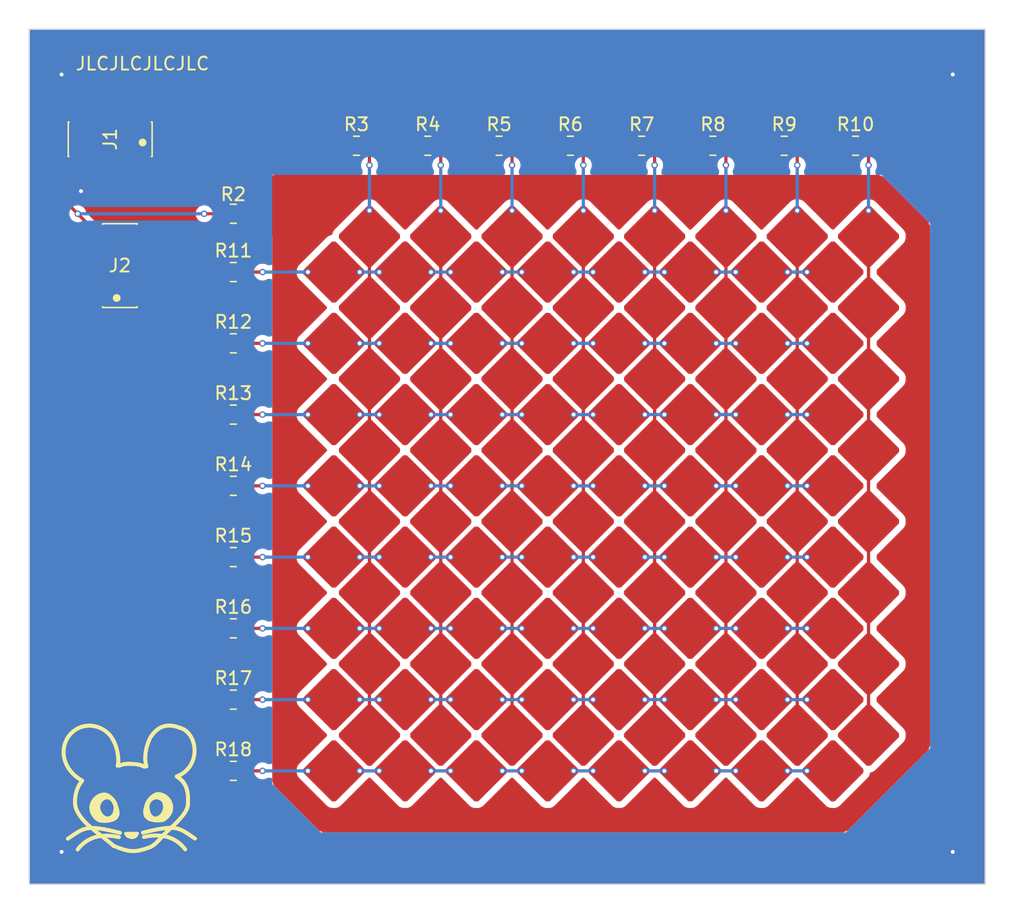
<source format=kicad_pcb>
(kicad_pcb (version 20221018) (generator pcbnew)
  (title_block (title "BauMaus PCB"))
  (layers (0 "F.Cu" signal) (31 "B.Cu" signal) (34 "B.Paste" user) (35 "F.Paste" user) (36 "B.SilkS" user "B.Silkscreen") (37 "F.SilkS" user "F.Silkscreen") (38 "B.Mask" user) (39 "F.Mask" user) (44 "Edge.Cuts" user))
  (net 0 "")
  (net 1 "Net-(J1-Pin_1)")
  (net 2 "Net-(J1-Pin_2)")
  (net 3 "Net-(J1-Pin_3)")
  (net 4 "Net-(J1-Pin_4)")
  (net 5 "Net-(J1-Pin_5)")
  (net 6 "Net-(J1-Pin_6)")
  (net 7 "Net-(J1-Pin_7)")
  (net 8 "Net-(J1-Pin_8)")
  (net 9 "Net-(J1-Pin_10)")
  (net 10 "GND")
  (net 11 "Net-(J2-Pin_1)")
  (net 12 "Net-(J2-Pin_2)")
  (net 13 "Net-(J2-Pin_3)")
  (net 14 "Net-(J2-Pin_4)")
  (net 15 "Net-(J2-Pin_5)")
  (net 16 "Net-(J2-Pin_6)")
  (net 17 "Net-(J2-Pin_7)")
  (net 18 "Net-(J2-Pin_8)")
  (net 19 "SHLD")
  (net 20 "/X1")
  (net 21 "/X2")
  (net 22 "/X3")
  (net 23 "/X4")
  (net 24 "/X5")
  (net 25 "/X6")
  (net 26 "/X7")
  (net 27 "/X8")
  (net 28 "/Y1")
  (net 29 "/Y2")
  (net 30 "/Y3")
  (net 31 "/Y4")
  (net 32 "/Y5")
  (net 33 "/Y6")
  (net 34 "/Y7")
  (net 35 "/Y8")
  (footprint "Resistor_SMD:R_0805_2012Metric_Pad1.20x1.40mm_HandSolder" (layer "F.Cu") (at 83 43)
    (fp_text reference "R6")
    (fp_text value "68k")
  )
  (footprint "Resistor_SMD:R_0805_2012Metric_Pad1.20x1.40mm_HandSolder" (layer "F.Cu") (at 57 85.75)
    (fp_text reference "R17")
    (fp_text value "68k")
  )
  (footprint "Resistor_SMD:R_0805_2012Metric_Pad1.20x1.40mm_HandSolder" (layer "F.Cu") (at 94 43)
    (fp_text reference "R8")
    (fp_text value "68k")
  )
  (footprint "Resistor_SMD:R_0805_2012Metric_Pad1.20x1.40mm_HandSolder" (layer "F.Cu") (at 66.5 43)
    (fp_text reference "R3")
    (fp_text value "68k")
  )
  (footprint "Resistor_SMD:R_0805_2012Metric_Pad1.20x1.40mm_HandSolder" (layer "F.Cu") (at 57 63.75)
    (fp_text reference "R13")
    (fp_text value "68k")
  )
  (footprint "Resistor_SMD:R_0805_2012Metric_Pad1.20x1.40mm_HandSolder" (layer "F.Cu") (at 57 91.25)
    (fp_text reference "R18")
    (fp_text value "68k")
  )
  (footprint "Resistor_SMD:R_0805_2012Metric_Pad1.20x1.40mm_HandSolder" (layer "F.Cu") (at 57 52.75)
    (fp_text reference "R11")
    (fp_text value "68k")
  )
  (footprint "Resistor_SMD:R_0805_2012Metric_Pad1.20x1.40mm_HandSolder" (layer "F.Cu") (at 105 43)
    (fp_text reference "R10")
    (fp_text value "68k")
  )
  (footprint "Resistor_SMD:R_0805_2012Metric_Pad1.20x1.40mm_HandSolder" (layer "F.Cu") (at 57 74.75)
    (fp_text reference "R15")
    (fp_text value "68k")
  )
  (footprint "Resistor_SMD:R_0805_2012Metric_Pad1.20x1.40mm_HandSolder" (layer "F.Cu") (at 57 69.25)
    (fp_text reference "R14")
    (fp_text value "68k")
  )
  (footprint "Resistor_SMD:R_0805_2012Metric_Pad1.20x1.40mm_HandSolder" (layer "F.Cu") (at 57 58.25)
    (fp_text reference "R12")
    (fp_text value "68k")
  )
  (footprint "Resistor_SMD:R_0805_2012Metric_Pad1.20x1.40mm_HandSolder" (layer "F.Cu") (at 88.5 43)
    (fp_text reference "R7")
    (fp_text value "68k")
  )
  (footprint "Connector_PinSocket_1.27mm:PinSocket_2x05_P1.27mm_Vertical_SMD" (layer "F.Cu") (at 48.25 52.25 180)
    (fp_text reference "J2")
    (fp_text value "~")
  )
  (footprint "Resistor_SMD:R_0805_2012Metric_Pad1.20x1.40mm_HandSolder" (layer "F.Cu") (at 72 43)
    (fp_text reference "R4")
    (fp_text value "68k")
  )
  (footprint "Resistor_SMD:R_0805_2012Metric_Pad1.20x1.40mm_HandSolder" (layer "F.Cu") (at 99.5 43)
    (fp_text reference "R9")
    (fp_text value "68k")
  )
  (footprint "Resistor_SMD:R_0805_2012Metric_Pad1.20x1.40mm_HandSolder" (layer "F.Cu") (at 57 80.25)
    (fp_text reference "R16")
    (fp_text value "68k")
  )
  (footprint "Resistor_SMD:R_0805_2012Metric_Pad1.20x1.40mm_HandSolder" (layer "F.Cu") (at 77.5 43)
    (fp_text reference "R5")
    (fp_text value "68k")
  )
  (footprint "Resistor_SMD:R_0805_2012Metric_Pad1.20x1.40mm_HandSolder" (layer "F.Cu") (at 57 48.25 180)
    (fp_text reference "R2")
    (fp_text value "68k")
  )
  (footprint "Connector_PinSocket_1.27mm:PinSocket_2x05_P1.27mm_Vertical_SMD" (layer "F.Cu") (at 47.5 42.5 -90)
    (fp_text reference "J1")
    (fp_text value "~")
  )
  (gr_line (start 47.789249 95.916681) (end 47.375541 95.823369) (stroke (width 0.299999)) (layer "F.SilkS"))
  (gr_line (start 52.802025 91.793499) (end 52.854729 91.834601) (stroke (width 0.299999)) (layer "F.SilkS"))
  (gr_poly (pts (xy 51.218054 92.963913) (xy 51.257437 92.964976) (xy 51.277045 92.966251) (xy 51.296715 92.968072) (xy 51.316536 92.970479) (xy 51.336597 92.97351) (xy 51.356988 92.977204) (xy 51.377796 92.981598) (xy 51.399111 92.986732) (xy 51.421022 92.992645) (xy 51.443617 92.999373) (xy 51.466986 93.006958) (xy 51.491216 93.015435) (xy 51.516398 93.024845) (xy 51.54262 93.035226) (xy 51.56997 93.046616) (xy 51.599037 93.056086) (xy 51.62638 93.066114) (xy 51.652255 93.076794) (xy 51.676918 93.088225) (xy 51.700625 93.100501) (xy 51.723632 93.113721) (xy 51.746195 93.127979) (xy 51.768569 93.143372) (xy 51.791011 93.159997) (xy 51.813777 93.17795) (xy 51.837122 93.197328) (xy 51.861302 93.218226) (xy 51.913193 93.264971) (xy 51.971496 93.318955) (xy 51.995635 93.344438) (xy 52.016487 93.3673) (xy 52.034446 93.387912) (xy 52.049902 93.406644) (xy 52.063248 93.423867) (xy 52.074876 93.439952) (xy 52.085177 93.455269) (xy 52.094544 93.470189) (xy 52.112041 93.500318) (xy 52.130501 93.533304) (xy 52.15306 93.572112) (xy 52.166857 93.594625) (xy 52.182854 93.619706) (xy 52.206755 93.693792) (xy 52.227621 93.757052) (xy 52.245337 93.812104) (xy 52.252977 93.83737) (xy 52.259786 93.861565) (xy 52.265749 93.885017) (xy 52.270851 93.908054) (xy 52.275078 93.931002) (xy 52.278416 93.954188) (xy 52.28085 93.97794) (xy 52.282366 94.002585) (xy 52.282948 94.02845) (xy 52.282583 94.055863) (xy 52.281391 94.1019) (xy 52.278451 94.147965) (xy 52.273829 94.193975) (xy 52.267591 94.239842) (xy 52.259803 94.285482) (xy 52.250532 94.330809) (xy 52.239843 94.375737) (xy 52.227803 94.420182) (xy 52.212847 94.455426) (xy 52.196969 94.490278) (xy 52.180161 94.524692) (xy 52.162417 94.558624) (xy 52.143729 94.592027) (xy 52.12409 94.624857) (xy 52.103493 94.657068) (xy 52.081931 94.688614) (xy 52.059396 94.719451) (xy 52.035881 94.749534) (xy 52.01138 94.778816) (xy 51.985885 94.807252) (xy 51.959388 94.834798) (xy 51.931884 94.861408) (xy 51.903363 94.887036) (xy 51.87382 94.911637) (xy 51.852952 94.935013) (xy 51.830998 94.95738) (xy 51.808015 94.978691) (xy 51.784059 94.998904) (xy 51.759188 95.017972) (xy 51.733457 95.035853) (xy 51.706923 95.052501) (xy 51.679642 95.067871) (xy 51.651671 95.08192) (xy 51.623066 95.094602) (xy 51.593883 95.105874) (xy 51.56418 95.11569) (xy 51.534013 95.124007) (xy 51.503437 95.130779) (xy 51.47251 95.135962) (xy 51.441288 95.139511) (xy 51.326688 95.145082) (xy 51.211678 95.148853) (xy 51.154133 95.149791) (xy 51.096623 95.149952) (xy 51.039191 95.149227) (xy 50.981885 95.147507) (xy 50.914579 95.138624) (xy 50.847683 95.127385) (xy 50.781202 95.113966) (xy 50.715145 95.098545) (xy 50.649519 95.081301) (xy 50.584331 95.06241) (xy 50.51959 95.042051) (xy 50.455302 95.020401) (xy 50.38266 94.960802) (xy 50.348596 94.931612) (xy 50.331825 94.916601) (xy 50.315114 94.901097) (xy 50.298374 94.884936) (xy 50.28152 94.867956) (xy 50.264466 94.849996) (xy 50.247124 94.830892) (xy 50.229407 94.810482) (xy 50.211231 94.788603) (xy 50.192507 94.765094) (xy 50.173149 94.739792) (xy 50.160159 94.682703) (xy 50.149735 94.63519) (xy 50.141445 94.594162) (xy 50.134855 94.556527) (xy 50.129531 94.519191) (xy 50.12504 94.479064) (xy 50.120947 94.433054) (xy 50.116819 94.378067) (xy 50.120503 94.343223) (xy 50.124292 94.311066) (xy 50.128196 94.281322) (xy 50.132225 94.25372) (xy 50.136392 94.227987) (xy 50.140705 94.203853) (xy 50.149819 94.159287) (xy 50.159653 94.117846) (xy 50.170293 94.077351) (xy 50.188291 94.01234) (xy 50.459743 94.01234) (xy 50.459796 94.054406) (xy 50.462103 94.097576) (xy 50.466739 94.141831) (xy 50.471188 94.181067) (xy 50.476414 94.219172) (xy 50.482408 94.25615) (xy 50.489158 94.292004) (xy 50.496653 94.326736) (xy 50.504885 94.36035) (xy 50.513841 94.392849) (xy 50.523511 94.424236) (xy 50.533885 94.454514) (xy 50.544953 94.483687) (xy 50.556703 94.511757) (xy 50.569126 94.538728) (xy 50.58221 94.564603) (xy 50.595946 94.589385) (xy 50.610322 94.613077) (xy 50.625329 94.635682) (xy 50.640955 94.657203) (xy 50.65719 94.677644) (xy 50.674024 94.697008) (xy 50.691446 94.715297) (xy 50.709446 94.732516) (xy 50.728013 94.748666) (xy 50.747136 94.763752) (xy 50.766806 94.777776) (xy 50.787011 94.790742) (xy 50.807741 94.802652) (xy 50.828985 94.81351) (xy 50.850734 94.823319) (xy 50.872976 94.832082) (xy 50.895701 94.839803) (xy 50.918898 94.846483) (xy 50.942557 94.852128) (xy 50.98613 94.853576) (xy 51.033054 94.849454) (xy 51.082634 94.839607) (xy 51.134176 94.823883) (xy 51.186985 94.802128) (xy 51.240367 94.774187) (xy 51.293628 94.739909) (xy 51.346073 94.699139) (xy 51.371772 94.676272) (xy 51.397008 94.651724) (xy 51.421692 94.625477) (xy 51.445738 94.59751) (xy 51.469059 94.567806) (xy 51.491569 94.536345) (xy 51.51318 94.503107) (xy 51.533807 94.468074) (xy 51.553361 94.431226) (xy 51.571757 94.392544) (xy 51.588907 94.352009) (xy 51.604724 94.309601) (xy 51.619123 94.265303) (xy 51.632016 94.219093) (xy 51.643316 94.170954) (xy 51.652936 94.120865) (xy 51.653319 94.040018) (xy 51.65036 93.964162) (xy 51.64378 93.893195) (xy 51.639044 93.859513) (xy 51.633298 93.827015) (xy 51.626507 93.795689) (xy 51.618635 93.765521) (xy 51.609648 93.7365) (xy 51.599511 93.708612) (xy 51.588188 93.681846) (xy 51.575645 93.656187) (xy 51.561847 93.631624) (xy 51.546758 93.608143) (xy 51.530344 93.585733) (xy 51.51257 93.56438) (xy 51.4934 93.544072) (xy 51.4728 93.524796) (xy 51.450735 93.506539) (xy 51.427169 93.489289) (xy 51.402068 93.473033) (xy 51.375397 93.457759) (xy 51.347121 93.443453) (xy 51.317204 93.430103) (xy 51.285612 93.417697) (xy 51.25231 93.406221) (xy 51.217262 93.395663) (xy 51.180435 93.38601) (xy 51.141792 93.37725) (xy 51.101298 93.36937) (xy 51.101298 93.369339) (xy 51.06863 93.370052) (xy 51.036039 93.37249) (xy 51.003602 93.376631) (xy 50.971393 93.382455) (xy 50.939487 93.38994) (xy 50.907959 93.399065) (xy 50.876885 93.409809) (xy 50.846339 93.422149) (xy 50.816396 93.436065) (xy 50.787132 93.451535) (xy 50.75862 93.468538) (xy 50.730938 93.487053) (xy 50.704158 93.507058) (xy 50.678357 93.528531) (xy 50.653609 93.551452) (xy 50.629989 93.575798) (xy 50.607573 93.60155) (xy 50.586435 93.628684) (xy 50.56665 93.657181) (xy 50.548294 93.687017) (xy 50.531441 93.718173) (xy 50.516167 93.750627) (xy 50.502546 93.784356) (xy 50.490654 93.819341) (xy 50.480564 93.855559) (xy 50.472354 93.89299) (xy 50.466097 93.931611) (xy 50.461868 93.971402) (xy 50.459743 94.01234) (xy 50.188291 94.01234) (xy 50.194339 93.990494) (xy 50.204768 93.962953) (xy 50.214486 93.935063) (xy 50.232486 93.878571) (xy 50.249727 93.821678) (xy 50.267598 93.765046) (xy 50.277203 93.737034) (xy 50.287486 93.709334) (xy 50.298621 93.682031) (xy 50.310781 93.655205) (xy 50.324139 93.628941) (xy 50.338869 93.603319) (xy 50.355145 93.578424) (xy 50.373139 93.554337) (xy 50.397733 93.515079) (xy 50.423716 93.476856) (xy 50.451023 93.439651) (xy 50.479587 93.403449) (xy 50.509341 93.368235) (xy 50.540219 93.333994) (xy 50.572153 93.30071) (xy 50.605077 93.268368) (xy 50.638924 93.236953) (xy 50.673628 93.206449) (xy 50.709122 93.176841) (xy 50.745339 93.148113) (xy 50.782212 93.120251) (xy 50.819676 93.093239) (xy 50.857662 93.067061) (xy 50.896105 93.041703) (xy 50.908575 93.035291) (xy 50.921219 93.029335) (xy 50.934018 93.02379) (xy 50.946957 93.018612) (xy 50.960018 93.013756) (xy 50.973184 93.009177) (xy 50.999766 93.000672) (xy 51.053454 92.98502) (xy 51.080292 92.977159) (xy 51.106945 92.968796) (xy 51.136021 92.966735) (xy 51.164096 92.965126) (xy 51.177821 92.964533) (xy 51.191372 92.964101) (xy 51.204772 92.963849) (xy 51.218049 92.963791)) (stroke (width 0.149999)) (fill solid) (layer "F.SilkS"))
  (gr_line (start 53.399431 94.215511) (end 53.347355 94.319459) (stroke (width 0.299999)) (layer "F.SilkS"))
  (gr_line (start 46.404478 95.6685) (end 46.152838 95.656671) (stroke (width 0.299999)) (layer "F.SilkS"))
  (gr_line (start 44.809549 93.927736) (end 44.803591 93.869004) (stroke (width 0.299999)) (layer "F.SilkS"))
  (gr_line (start 48.190709 97.202794) (end 47.769026 97.041397) (stroke (width 0.299999)) (layer "F.SilkS"))
  (gr_line (start 46.613302 87.891129) (end 46.787962 87.965273) (stroke (width 0.299999)) (layer "F.SilkS"))
  (gr_line (start 45.946743 87.761509) (end 46.046085 87.766355) (stroke (width 0.299999)) (layer "F.SilkS"))
  (gr_line (start 48.719723 90.711713) (end 48.76327 90.708709) (stroke (width 0.299999)) (layer "F.SilkS"))
  (gr_line (start 47.769026 97.041397) (end 47.769027 97.041336) (stroke (width 0.299999)) (layer "F.SilkS"))
  (gr_line (start 53.488277 93.925858) (end 53.480915 93.971616) (stroke (width 0.299999)) (layer "F.SilkS"))
  (gr_line (start 50.202078 90.284145) (end 50.204592 90.147194) (stroke (width 0.299999)) (layer "F.SilkS"))
  (gr_line (start 50.952675 88.22658) (end 51.011741 88.169464) (stroke (width 0.299999)) (layer "F.SilkS"))
  (gr_line (start 53.213025 94.53675) (end 53.131941 94.649527) (stroke (width 0.299999)) (layer "F.SilkS"))
  (gr_line (start 45.334861 87.842942) (end 45.438011 87.815401) (stroke (width 0.299999)) (layer "F.SilkS"))
  (gr_line (start 45.538581 95.732614) (end 45.362744 95.793177) (stroke (width 0.299999)) (layer "F.SilkS"))
  (gr_line (start 48.679435 90.715413) (end 48.719723 90.711713) (stroke (width 0.299999)) (layer "F.SilkS"))
  (gr_line (start 44.891543 92.870099) (end 44.928381 92.752064) (stroke (width 0.299999)) (layer "F.SilkS"))
  (gr_line (start 51.049498 96.809415) (end 50.964087 96.885603) (stroke (width 0.299999)) (layer "F.SilkS"))
  (gr_line (start 44.18115 90.869881) (end 44.110024 90.72647) (stroke (width 0.299999)) (layer "F.SilkS"))
  (gr_line (start 46.336729 87.809212) (end 46.430674 87.832394) (stroke (width 0.299999)) (layer "F.SilkS"))
  (gr_line (start 53.042357 94.764679) (end 52.944858 94.881925) (stroke (width 0.299999)) (layer "F.SilkS"))
  (gr_line (start 46.829141 96.270121) (end 46.601945 96.304873) (stroke (width 0.299999)) (layer "F.SilkS"))
  (gr_line (start 45.263245 94.848519) (end 45.173722 94.727505) (stroke (width 0.299999)) (layer "F.SilkS"))
  (gr_line (start 46.787962 87.965273) (end 46.953511 88.053522) (stroke (width 0.299999)) (layer "F.SilkS"))
  (gr_line (start 47.69146 88.806352) (end 47.764704 88.93598) (stroke (width 0.299999)) (layer "F.SilkS"))
  (gr_line (start 52.349721 95.652929) (end 52.552677 95.678432) (stroke (width 0.299999)) (layer "F.SilkS"))
  (gr_line (start 53.979927 90.040426) (end 53.953609 90.177098) (stroke (width 0.299999)) (layer "F.SilkS"))
  (gr_line (start 48.172086 96.363358) (end 47.87477 96.305569) (stroke (width 0.299999)) (layer "F.SilkS"))
  (gr_line (start 46.18623 96.419277) (end 45.997033 96.496805) (stroke (width 0.299999)) (layer "F.SilkS"))
  (gr_line (start 53.463563 92.913263) (end 53.476856 92.998374) (stroke (width 0.299999)) (layer "F.SilkS"))
  (gr_line (start 52.747507 91.753708) (end 52.802025 91.793499) (stroke (width 0.299999)) (layer "F.SilkS"))
  (gr_line (start 47.166224 96.540783) (end 46.671508 96.151525) (stroke (width 0.299999)) (layer "F.SilkS"))
  (gr_line (start 45.262905 92.100569) (end 45.336943 92.003647) (stroke (width 0.299999)) (layer "F.SilkS"))
  (gr_line (start 53.930019 89.091745) (end 53.961562 89.222385) (stroke (width 0.299999)) (layer "F.SilkS"))
  (gr_line (start 51.637309 87.809232) (end 51.718983 87.789108) (stroke (width 0.299999)) (layer "F.SilkS"))
  (gr_line (start 44.949112 94.355617) (end 44.919894 94.293396) (stroke (width 0.299999)) (layer "F.SilkS"))
  (gr_line (start 48.377069 97.268206) (end 48.190709 97.202794) (stroke (width 0.299999)) (layer "F.SilkS"))
  (gr_line (start 46.601945 96.304873) (end 46.387754 96.354946) (stroke (width 0.299999)) (layer "F.SilkS"))
  (gr_line (start 52.458135 96.575632) (end 52.623696 96.676365) (stroke (width 0.299999)) (layer "F.SilkS"))
  (gr_line (start 48.225162 90.828976) (end 48.249738 90.823562) (stroke (width 0.299999)) (layer "F.SilkS"))
  (gr_line (start 52.48742 95.366168) (end 52.359125 95.489627) (stroke (width 0.299999)) (layer "F.SilkS"))
  (gr_line (start 44.767686 88.116423) (end 44.892615 88.035149) (stroke (width 0.299999)) (layer "F.SilkS"))
  (gr_line (start 47.87477 96.305569) (end 47.592157 96.268414) (stroke (width 0.299999)) (layer "F.SilkS"))
  (gr_line (start 48.104176 90.095596) (end 48.117558 90.232201) (stroke (width 0.299999)) (layer "F.SilkS"))
  (gr_line (start 44.790173 93.613485) (end 44.792485 93.486582) (stroke (width 0.299999)) (layer "F.SilkS"))
  (gr_line (start 46.430674 87.832394) (end 46.613302 87.891129) (stroke (width 0.299999)) (layer "F.SilkS"))
  (gr_line (start 54.000619 89.490851) (end 54.007941 89.627527) (stroke (width 0.299999)) (layer "F.SilkS"))
  (gr_line (start 53.207947 92.222698) (end 53.243156 92.280126) (stroke (width 0.299999)) (layer "F.SilkS"))
  (gr_line (start 51.448817 96.259287) (end 51.676013 96.294039) (stroke (width 0.299999)) (layer "F.SilkS"))
  (gr_line (start 50.105872 96.352524) (end 50.403188 96.294736) (stroke (width 0.299999)) (layer "F.SilkS"))
  (gr_line (start 51.408016 87.895326) (end 51.481919 87.862494) (stroke (width 0.299999)) (layer "F.SilkS"))
  (gr_line (start 45.725282 95.689297) (end 45.538581 95.732614) (stroke (width 0.299999)) (layer "F.SilkS"))
  (gr_line (start 44.793853 93.741038) (end 44.790173 93.613485) (stroke (width 0.299999)) (layer "F.SilkS"))
  (gr_line (start 50.488709 95.905817) (end 50.902418 95.812505) (stroke (width 0.299999)) (layer "F.SilkS"))
  (gr_line (start 44.461418 91.28485) (end 44.356691 91.149542) (stroke (width 0.299999)) (layer "F.SilkS"))
  (gr_line (start 52.915214 95.782313) (end 53.08558 95.859554) (stroke (width 0.299999)) (layer "F.SilkS"))
  (gr_line (start 53.470477 94.018427) (end 53.457036 94.066258) (stroke (width 0.299999)) (layer "F.SilkS"))
  (gr_line (start 47.069682 96.251752) (end 46.829141 96.270121) (stroke (width 0.299999)) (layer "F.SilkS"))
  (gr_line (start 44.919894 94.293396) (end 44.893483 94.231373) (stroke (width 0.299999)) (layer "F.SilkS"))
  (gr_line (start 49.341201 90.721297) (end 49.479746 90.734093) (stroke (width 0.299999)) (layer "F.SilkS"))
  (gr_line (start 51.133 96.728618) (end 51.049498 96.809415) (stroke (width 0.299999)) (layer "F.SilkS"))
  (gr_line (start 48.545841 90.735916) (end 48.575607 90.730062) (stroke (width 0.299999)) (layer "F.SilkS"))
  (gr_line (start 48.256954 96.031784) (end 47.789249 95.916681) (stroke (width 0.299999)) (layer "F.SilkS"))
  (gr_line (start 49.180418 90.71251) (end 49.341201 90.721297) (stroke (width 0.299999)) (layer "F.SilkS"))
  (gr_line (start 53.315945 91.273354) (end 53.198798 91.369749) (stroke (width 0.299999)) (layer "F.SilkS"))
  (gr_line (start 44.819346 93.987266) (end 44.809549 93.927736) (stroke (width 0.299999)) (layer "F.SilkS"))
  (gr_line (start 50.204592 90.147194) (end 50.213852 90.00696) (stroke (width 0.299999)) (layer "F.SilkS"))
  (gr_line (start 51.072645 88.115358) (end 51.13548 88.064414) (stroke (width 0.299999)) (layer "F.SilkS"))
  (gr_line (start 46.241221 87.790369) (end 46.336729 87.809212) (stroke (width 0.299999)) (layer "F.SilkS"))
  (gr_line (start 52.480301 87.804559) (end 52.590369 87.830847) (stroke (width 0.299999)) (layer "F.SilkS"))
  (gr_line (start 50.902418 95.812505) (end 51.267521 95.740416) (stroke (width 0.299999)) (layer "F.SilkS"))
  (gr_line (start 52.373766 87.784042) (end 52.480301 87.804559) (stroke (width 0.299999)) (layer "F.SilkS"))
  (gr_line (start 52.623696 96.676365) (end 52.777949 96.787106) (stroke (width 0.299999)) (layer "F.SilkS"))
  (gr_line (start 49.914547 90.830964) (end 49.965047 90.851468) (stroke (width 0.299999)) (layer "F.SilkS"))
  (gr_line (start 44.849769 94.108322) (end 44.83281 94.047495) (stroke (width 0.299999)) (layer "F.SilkS"))
  (gr_line (start 43.972058 89.273503) (end 44.012172 89.136697) (stroke (width 0.299999)) (layer "F.SilkS"))
  (gr_line (start 50.783416 97.02288) (end 50.686094 97.083329) (stroke (width 0.299999)) (layer "F.SilkS"))
  (gr_line (start 53.090135 92.063306) (end 53.13141 92.114388) (stroke (width 0.299999)) (layer "F.SilkS"))
  (gr_line (start 49.69877 90.768598) (end 49.78357 90.78875) (stroke (width 0.299999)) (layer "F.SilkS"))
  (gr_line (start 45.130229 92.305355) (end 45.193977 92.201217) (stroke (width 0.299999)) (layer "F.SilkS"))
  (gr_line (start 45.192378 95.870418) (end 45.022092 95.963768) (stroke (width 0.299999)) (layer "F.SilkS"))
  (gr_line (start 53.656004 88.497494) (end 53.725993 88.606567) (stroke (width 0.299999)) (layer "F.SilkS"))
  (gr_line (start 52.590369 87.830847) (end 52.704061 87.863059) (stroke (width 0.299999)) (layer "F.SilkS"))
  (gr_line (start 53.843385 88.84053) (end 53.890594 88.964269) (stroke (width 0.299999)) (layer "F.SilkS"))
  (gr_line (start 45.193977 92.201217) (end 45.262905 92.100569) (stroke (width 0.299999)) (layer "F.SilkS"))
  (gr_line (start 50.895352 88.28655) (end 50.952675 88.22658) (stroke (width 0.299999)) (layer "F.SilkS"))
  (gr_line (start 50.261648 90.786916) (end 50.236093 90.669198) (stroke (width 0.299999)) (layer "F.SilkS"))
  (gr_line (start 53.617767 96.185657) (end 54.044049 96.476028) (stroke (width 0.299999)) (layer "F.SilkS"))
  (gr_line (start 49.038665 90.706358) (end 49.107034 90.708864) (stroke (width 0.299999)) (layer "F.SilkS"))
  (gr_line (start 44.119788 88.873849) (end 44.186978 88.748751) (stroke (width 0.299999)) (layer "F.SilkS"))
  (gr_line (start 53.067831 87.996773) (end 53.196965 88.054215) (stroke (width 0.299999)) (layer "F.SilkS"))
  (gr_line (start 50.686094 97.083329) (end 50.582739 97.137894) (stroke (width 0.299999)) (layer "F.SilkS"))
  (gr_line (start 53.874925 90.445549) (end 53.822367 90.576178) (stroke (width 0.299999)) (layer "F.SilkS"))
  (gr_line (start 53.503059 93.692755) (end 53.49694 93.807244) (stroke (width 0.299999)) (layer "F.SilkS"))
  (gr_line (start 43.961363 90.287576) (end 43.932863 90.139964) (stroke (width 0.299999)) (layer "F.SilkS"))
  (gr_line (start 52.905594 91.877116) (end 52.954593 91.921144) (stroke (width 0.299999)) (layer "F.SilkS"))
  (gr_line (start 44.347346 88.513561) (end 44.440214 88.404414) (stroke (width 0.299999)) (layer "F.SilkS"))
  (gr_line (start 52.728458 95.121561) (end 52.610726 95.243384) (stroke (width 0.299999)) (layer "F.SilkS"))
  (gr_line (start 52.704061 87.863059) (end 52.821473 87.901348) (stroke (width 0.299999)) (layer "F.SilkS"))
  (gr_line (start 45.022092 95.963768) (end 44.846493 96.072658) (stroke (width 0.299999)) (layer "F.SilkS"))
  (gr_line (start 45.456009 95.081318) (end 45.357799 94.966723) (stroke (width 0.299999)) (layer "F.SilkS"))
  (gr_line (start 52.280925 96.485971) (end 52.458135 96.575632) (stroke (width 0.299999)) (layer "F.SilkS"))
  (gr_line (start 53.49694 93.807244) (end 53.488277 93.925858) (stroke (width 0.299999)) (layer "F.SilkS"))
  (gr_line (start 50.21772 90.545757) (end 50.206417 90.417203) (stroke (width 0.299999)) (layer "F.SilkS"))
  (gr_line (start 48.518077 90.74215) (end 48.545841 90.735916) (stroke (width 0.299999)) (layer "F.SilkS"))
  (gr_line (start 44.705558 91.544059) (end 44.577655 91.416512) (stroke (width 0.299999)) (layer "F.SilkS"))
  (gr_line (start 50.240393 90.911106) (end 50.294491 90.898301) (stroke (width 0.299999)) (layer "F.SilkS"))
  (gr_line (start 48.171223 90.838221) (end 48.199074 90.833883) (stroke (width 0.299999)) (layer "F.SilkS"))
  (gr_line (start 43.914632 89.99248) (end 43.906513 89.845597) (stroke (width 0.299999)) (layer "F.SilkS"))
  (gr_line (start 50.875737 96.956865) (end 50.783416 97.02288) (stroke (width 0.299999)) (layer "F.SilkS"))
  (gr_line (start 50.404958 89.13076) (end 50.458384 88.984621) (stroke (width 0.299999)) (layer "F.SilkS"))
  (gr_line (start 44.87005 94.169648) (end 44.849769 94.108322) (stroke (width 0.299999)) (layer "F.SilkS"))
  (gr_line (start 51.13548 88.064414) (end 51.20034 88.016785) (stroke (width 0.299999)) (layer "F.SilkS"))
  (gr_line (start 52.270667 87.769142) (end 52.373766 87.784042) (stroke (width 0.299999)) (layer "F.SilkS"))
  (gr_line (start 50.839678 88.349222) (end 50.895352 88.28655) (stroke (width 0.299999)) (layer "F.SilkS"))
  (gr_line (start 47.769027 97.041336) (end 47.72142 96.995825) (stroke (width 0.299999)) (layer "F.SilkS"))
  (gr_line (start 54.006997 89.765065) (end 53.997691 89.90289) (stroke (width 0.299999)) (layer "F.SilkS"))
  (gr_line (start 51.26732 87.972625) (end 51.336514 87.932088) (stroke (width 0.299999)) (layer "F.SilkS"))
  (gr_line (start 53.255867 95.952903) (end 53.431465 96.061794) (stroke (width 0.299999)) (layer "F.SilkS"))
  (gr_line (start 50.316162 89.425388) (end 50.357514 89.277886) (stroke (width 0.299999)) (layer "F.SilkS"))
  (gr_line (start 48.713891 97.367906) (end 48.550592 97.323279) (stroke (width 0.299999)) (layer "F.SilkS"))
  (gr_line (start 52.944858 94.881925) (end 52.84003 95.000979) (stroke (width 0.299999)) (layer "F.SilkS"))
  (gr_line (start 53.476856 92.998374) (end 53.487813 93.086805) (stroke (width 0.299999)) (layer "F.SilkS"))
  (gr_line (start 47.830828 89.072696) (end 47.889949 89.214921) (stroke (width 0.299999)) (layer "F.SilkS"))
  (gr_line (start 52.921233 96.906794) (end 53.053886 97.034366) (stroke (width 0.299999)) (layer "F.SilkS"))
  (gr_line (start 45.224072 97.0452) (end 45.101709 97.179594) (stroke (width 0.299999)) (layer "F.SilkS"))
  (gr_line (start 49.168577 97.438004) (end 49.020271 97.425378) (stroke (width 0.299999)) (layer "F.SilkS"))
  (gr_line (start 44.440214 88.404414) (end 44.54133 88.301528) (stroke (width 0.299999)) (layer "F.SilkS"))
  (gr_line (start 48.095831 90.77694) (end 48.074579 90.847184) (stroke (width 0.299999)) (layer "F.SilkS"))
  (gr_line (start 51.336514 87.932088) (end 51.408016 87.895326) (stroke (width 0.299999)) (layer "F.SilkS"))
  (gr_line (start 45.556497 95.191504) (end 45.456009 95.081318) (stroke (width 0.299999)) (layer "F.SilkS"))
  (gr_line (start 43.919992 89.555519) (end 43.941279 89.413267) (stroke (width 0.299999)) (layer "F.SilkS"))
  (gr_poly (pts (xy 49.453079 96.050654) (xy 49.476386 96.051191) (xy 49.499243 96.052163) (xy 49.522029 96.053584) (xy 49.568906 96.057829) (xy 49.62005 96.064041) (xy 49.612299 96.089817) (xy 49.60299 96.116359) (xy 49.591913 96.143395) (xy 49.578859 96.170655) (xy 49.563617 96.197869) (xy 49.545977 96.224764) (xy 49.52573 96.251072) (xy 49.502665 96.27652) (xy 49.476573 96.300838) (xy 49.462326 96.312488) (xy 49.447243 96.323755) (xy 49.431299 96.334603) (xy 49.414467 96.345) (xy 49.39672 96.354911) (xy 49.378033 96.364303) (xy 49.358379 96.373141) (xy 49.337732 96.381392) (xy 49.316066 96.389022) (xy 49.293354 96.395997) (xy 49.269571 96.402284) (xy 49.24469 96.407847) (xy 49.218684 96.412655) (xy 49.191528 96.416672) (xy 49.09287 96.398263) (xy 49.049064 96.389036) (xy 49.008554 96.379245) (xy 48.97105 96.368479) (xy 48.936261 96.356325) (xy 48.919795 96.349599) (xy 48.903898 96.342371) (xy 48.888536 96.334591) (xy 48.873671 96.326206) (xy 48.859268 96.317166) (xy 48.84529 96.307418) (xy 48.831701 96.296912) (xy 48.818464 96.285595) (xy 48.805544 96.273416) (xy 48.792904 96.260325) (xy 48.780509 96.246268) (xy 48.768321 96.231196) (xy 48.756304 96.215056) (xy 48.744423 96.197796) (xy 48.73264 96.179367) (xy 48.72092 96.159715) (xy 48.709227 96.138789) (xy 48.697524 96.116538) (xy 48.673944 96.067856) (xy 48.781831 96.057478) (xy 48.833548 96.053805) (xy 48.886802 96.051552) (xy 48.943857 96.051023) (xy 49.006979 96.052526) (xy 49.078432 96.056367) (xy 49.160483 96.062851) (xy 49.160483 96.063034) (xy 49.245469 96.05787) (xy 49.316518 96.05399) (xy 49.376665 96.051508) (xy 49.428943 96.050537)) (stroke (width 0.201339)) (fill solid) (layer "F.SilkS"))
  (gr_line (start 49.78357 90.78875) (end 49.854775 90.809798) (stroke (width 0.299999)) (layer "F.SilkS"))
  (gr_line (start 53.17069 92.167485) (end 53.207947 92.222698) (stroke (width 0.299999)) (layer "F.SilkS"))
  (gr_line (start 47.604581 88.660802) (end 47.69146 88.806352) (stroke (width 0.299999)) (layer "F.SilkS"))
  (gr_line (start 47.531319 96.832051) (end 47.364834 96.697665) (stroke (width 0.299999)) (layer "F.SilkS"))
  (gr_line (start 48.86958 97.401975) (end 48.713891 97.367906) (stroke (width 0.299999)) (layer "F.SilkS"))
  (gr_line (start 51.20034 88.016785) (end 51.26732 87.972625) (stroke (width 0.299999)) (layer "F.SilkS"))
  (gr_line (start 45.953706 95.57214) (end 45.857869 95.487598) (stroke (width 0.299999)) (layer "F.SilkS"))
  (gr_line (start 47.889949 89.214921) (end 47.942184 89.361077) (stroke (width 0.299999)) (layer "F.SilkS"))
  (gr_line (start 53.387565 92.604019) (end 53.409937 92.676851) (stroke (width 0.299999)) (layer "F.SilkS"))
  (gr_line (start 44.80072 93.360566) (end 44.814811 93.235673) (stroke (width 0.299999)) (layer "F.SilkS"))
  (gr_line (start 53.502618 93.274032) (end 53.506413 93.373029) (stroke (width 0.299999)) (layer "F.SilkS"))
  (gr_line (start 46.374845 95.915147) (end 46.04494 95.64827) (stroke (width 0.299999)) (layer "F.SilkS"))
  (gr_line (start 45.500009 96.79794) (end 45.356725 96.917628) (stroke (width 0.299999)) (layer "F.SilkS"))
  (gr_line (start 48.058747 89.807353) (end 48.084612 89.953454) (stroke (width 0.299999)) (layer "F.SilkS"))
  (gr_line (start 47.375541 95.823369) (end 47.010437 95.75128) (stroke (width 0.299999)) (layer "F.SilkS"))
  (gr_line (start 53.196965 88.054215) (end 53.302998 88.127342) (stroke (width 0.299999)) (layer "F.SilkS"))
  (gr_line (start 50.964087 96.885603) (end 50.875737 96.956865) (stroke (width 0.299999)) (layer "F.SilkS"))
  (gr_line (start 47.592157 96.268414) (end 47.323908 96.250829) (stroke (width 0.299999)) (layer "F.SilkS"))
  (gr_line (start 47.010437 95.75128) (end 46.688547 95.699847) (stroke (width 0.299999)) (layer "F.SilkS"))
  (gr_line (start 52.170911 87.759705) (end 52.270667 87.769142) (stroke (width 0.299999)) (layer "F.SilkS"))
  (gr_line (start 50.194306 90.917023) (end 50.240393 90.911106) (stroke (width 0.299999)) (layer "F.SilkS"))
  (gr_line (start 51.208276 96.240919) (end 51.448817 96.259287) (stroke (width 0.299999)) (layer "F.SilkS"))
  (gr_line (start 48.124874 90.361691) (end 48.126243 90.482487) (stroke (width 0.299999)) (layer "F.SilkS"))
  (gr_line (start 53.08558 95.859554) (end 53.255867 95.952903) (stroke (width 0.299999)) (layer "F.SilkS"))
  (gr_line (start 50.25217 89.719081) (end 50.281012 89.572657) (stroke (width 0.299999)) (layer "F.SilkS"))
  (gr_line (start 49.317111 97.439743) (end 49.168577 97.438004) (stroke (width 0.299999)) (layer "F.SilkS"))
  (gr_line (start 51.558319 87.833745) (end 51.637309 87.809232) (stroke (width 0.299999)) (layer "F.SilkS"))
  (gr_line (start 45.657888 95.296479) (end 45.556497 95.191504) (stroke (width 0.299999)) (layer "F.SilkS"))
  (gr_line (start 46.688547 95.699847) (end 46.404478 95.6685) (stroke (width 0.299999)) (layer "F.SilkS"))
  (gr_line (start 52.777949 96.787106) (end 52.921233 96.906794) (stroke (width 0.299999)) (layer "F.SilkS"))
  (gr_line (start 44.049788 90.581301) (end 44.000286 90.434846) (stroke (width 0.299999)) (layer "F.SilkS"))
  (gr_line (start 44.356691 91.149542) (end 44.26332 91.011062) (stroke (width 0.299999)) (layer "F.SilkS"))
  (gr_line (start 45.357799 94.966723) (end 45.263245 94.848519) (stroke (width 0.299999)) (layer "F.SilkS"))
  (gr_line (start 50.021005 96.02092) (end 50.488709 95.905817) (stroke (width 0.299999)) (layer "F.SilkS"))
  (gr_line (start 45.231575 87.876451) (end 45.334861 87.842942) (stroke (width 0.299999)) (layer "F.SilkS"))
  (gr_line (start 54.007941 89.627527) (end 54.006997 89.765065) (stroke (width 0.299999)) (layer "F.SilkS"))
  (gr_line (start 53.402014 88.208808) (end 53.493918 88.298039) (stroke (width 0.299999)) (layer "F.SilkS"))
  (gr_line (start 53.725993 88.606567) (end 53.788485 88.721104) (stroke (width 0.299999)) (layer "F.SilkS"))
  (gr_line (start 51.481919 87.862494) (end 51.558319 87.833745) (stroke (width 0.299999)) (layer "F.SilkS"))
  (gr_line (start 44.012172 89.136697) (end 44.061467 89.003322) (stroke (width 0.299999)) (layer "F.SilkS"))
  (gr_line (start 52.854729 91.834601) (end 52.905594 91.877116) (stroke (width 0.299999)) (layer "F.SilkS"))
  (gr_line (start 45.643337 87.777569) (end 45.745226 87.766954) (stroke (width 0.299999)) (layer "F.SilkS"))
  (gr_line (start 47.764704 88.93598) (end 47.830828 89.072696) (stroke (width 0.299999)) (layer "F.SilkS"))
  (gr_line (start 44.892615 88.035149) (end 45.025171 87.962022) (stroke (width 0.299999)) (layer "F.SilkS"))
  (gr_line (start 46.387754 96.354946) (end 46.18623 96.419277) (stroke (width 0.299999)) (layer "F.SilkS"))
  (gr_line (start 50.046869 90.887379) (end 50.082513 90.90123) (stroke (width 0.299999)) (layer "F.SilkS"))
  (gr_line (start 50.359441 97.215429) (end 50.154664 97.28131) (stroke (width 0.299999)) (layer "F.SilkS"))
  (gr_line (start 53.423576 91.170343) (end 53.315945 91.273354) (stroke (width 0.299999)) (layer "F.SilkS"))
  (gr_line (start 43.932863 90.139964) (end 43.914632 89.99248) (stroke (width 0.299999)) (layer "F.SilkS"))
  (gr_line (start 45.101709 97.179594) (end 44.989297 97.319748) (stroke (width 0.299999)) (layer "F.SilkS"))
  (gr_line (start 53.493918 88.298039) (end 53.578613 88.394459) (stroke (width 0.299999)) (layer "F.SilkS"))
  (gr_line (start 48.975061 90.704928) (end 49.038665 90.706358) (stroke (width 0.299999)) (layer "F.SilkS"))
  (gr_line (start 48.109227 90.844935) (end 48.141358 90.841926) (stroke (width 0.299999)) (layer "F.SilkS"))
  (gr_line (start 52.84003 95.000979) (end 52.728458 95.121561) (stroke (width 0.299999)) (layer "F.SilkS"))
  (gr_line (start 48.810326 90.706466) (end 48.861143 90.705045) (stroke (width 0.299999)) (layer "F.SilkS"))
  (gr_line (start 44.970736 92.636336) (end 45.018541 92.52315) (stroke (width 0.299999)) (layer "F.SilkS"))
  (gr_line (start 50.785559 88.414443) (end 50.839678 88.349222) (stroke (width 0.299999)) (layer "F.SilkS"))
  (gr_line (start 48.915971 90.704512) (end 48.975061 90.704928) (stroke (width 0.299999)) (layer "F.SilkS"))
  (gr_line (start 44.893483 94.231373) (end 44.87005 94.169648) (stroke (width 0.299999)) (layer "F.SilkS"))
  (gr_line (start 45.025171 87.962022) (end 45.128298 87.91609) (stroke (width 0.299999)) (layer "F.SilkS"))
  (gr_line (start 53.822367 90.576178) (end 53.760871 90.703642) (stroke (width 0.299999)) (layer "F.SilkS"))
  (gr_line (start 46.152838 95.656671) (end 45.928237 95.663793) (stroke (width 0.299999)) (layer "F.SilkS"))
  (gr_line (start 51.267521 95.740416) (end 51.589412 95.688982) (stroke (width 0.299999)) (layer "F.SilkS"))
  (gr_line (start 50.582751 88.697739) (end 50.68161 88.551915) (stroke (width 0.299999)) (layer "F.SilkS"))
  (gr_line (start 45.745226 87.766954) (end 45.846409 87.761655) (stroke (width 0.299999)) (layer "F.SilkS"))
  (gr_line (start 44.061467 89.003322) (end 44.119788 88.873849) (stroke (width 0.299999)) (layer "F.SilkS"))
  (gr_line (start 51.215625 96.643533) (end 51.133 96.728618) (stroke (width 0.299999)) (layer "F.SilkS"))
  (gr_line (start 50.213852 90.00696) (end 50.229747 89.864053) (stroke (width 0.299999)) (layer "F.SilkS"))
  (gr_line (start 53.072039 91.458952) (end 52.935574 91.540388) (stroke (width 0.299999)) (layer "F.SilkS"))
  (gr_line (start 53.480915 93.971616) (end 53.470477 94.018427) (stroke (width 0.299999)) (layer "F.SilkS"))
  (gr_line (start 49.625317 97.410126) (end 49.468487 97.430487) (stroke (width 0.299999)) (layer "F.SilkS"))
  (gr_line (start 53.507769 93.475748) (end 53.50666 93.582289) (stroke (width 0.299999)) (layer "F.SilkS"))
  (gr_line (start 45.438011 87.815401) (end 45.540884 87.793664) (stroke (width 0.299999)) (layer "F.SilkS"))
  (gr_line (start 45.846409 87.761655) (end 45.946743 87.761509) (stroke (width 0.299999)) (layer "F.SilkS"))
  (gr_line (start 51.803436 87.773528) (end 51.890761 87.762644) (stroke (width 0.299999)) (layer "F.SilkS"))
  (gr_line (start 51.856051 95.954664) (end 51.750696 96.060833) (stroke (width 0.299999)) (layer "F.SilkS"))
  (gr_line (start 50.082513 90.90123) (end 50.117527 90.911307) (stroke (width 0.299999)) (layer "F.SilkS"))
  (gr_line (start 45.018541 92.52315) (end 45.071728 92.412745) (stroke (width 0.299999)) (layer "F.SilkS"))
  (gr_line (start 51.676013 96.294039) (end 51.890204 96.344112) (stroke (width 0.299999)) (layer "F.SilkS"))
  (gr_line (start 44.186978 88.748751) (end 44.262882 88.628497) (stroke (width 0.299999)) (layer "F.SilkS"))
  (gr_line (start 50.229747 89.864053) (end 50.25217 89.719081) (stroke (width 0.299999)) (layer "F.SilkS"))
  (gr_line (start 50.95405 96.239996) (end 51.208276 96.240919) (stroke (width 0.299999)) (layer "F.SilkS"))
  (gr_line (start 51.750696 96.060833) (end 51.651681 96.164947) (stroke (width 0.299999)) (layer "F.SilkS"))
  (gr_line (start 49.020271 97.425378) (end 48.86958 97.401975) (stroke (width 0.299999)) (layer "F.SilkS"))
  (gr_line (start 47.108805 88.154576) (end 47.252703 88.267133) (stroke (width 0.299999)) (layer "F.SilkS"))
  (gr_line (start 51.651681 96.164947) (end 51.298404 96.554478) (stroke (width 0.299999)) (layer "F.SilkS"))
  (gr_line (start 50.206417 90.417203) (end 50.202078 90.284145) (stroke (width 0.299999)) (layer "F.SilkS"))
  (gr_line (start 43.941279 89.413267) (end 43.972058 89.273503) (stroke (width 0.299999)) (layer "F.SilkS"))
  (gr_line (start 53.578613 88.394459) (end 53.656004 88.497494) (stroke (width 0.299999)) (layer "F.SilkS"))
  (gr_line (start 52.552677 95.678432) (end 52.739377 95.72175) (stroke (width 0.299999)) (layer "F.SilkS"))
  (gr_line (start 52.954593 91.921144) (end 53.0017 91.966784) (stroke (width 0.299999)) (layer "F.SilkS"))
  (gr_line (start 48.642153 90.719747) (end 48.679435 90.715413) (stroke (width 0.299999)) (layer "F.SilkS"))
  (gr_line (start 49.965792 97.335647) (end 49.790214 97.378549) (stroke (width 0.299999)) (layer "F.SilkS"))
  (gr_line (start 49.965047 90.851468) (end 50.046869 90.887379) (stroke (width 0.299999)) (layer "F.SilkS"))
  (gr_line (start 48.199074 90.833883) (end 48.225162 90.828976) (stroke (width 0.299999)) (layer "F.SilkS"))
  (gr_line (start 53.506413 93.373029) (end 53.507769 93.475748) (stroke (width 0.299999)) (layer "F.SilkS"))
  (gr_line (start 44.845284 91.667017) (end 44.705558 91.544059) (stroke (width 0.299999)) (layer "F.SilkS"))
  (gr_line (start 53.760871 90.703642) (end 53.69034 90.827365) (stroke (width 0.299999)) (layer "F.SilkS"))
  (gr_line (start 53.788485 88.721104) (end 53.843385 88.84053) (stroke (width 0.299999)) (layer "F.SilkS"))
  (gr_line (start 46.671508 96.151525) (end 46.374845 95.915147) (stroke (width 0.299999)) (layer "F.SilkS"))
  (gr_line (start 44.996986 91.784916) (end 44.845284 91.667017) (stroke (width 0.299999)) (layer "F.SilkS"))
  (gr_line (start 45.654262 96.687198) (end 45.500009 96.79794) (stroke (width 0.299999)) (layer "F.SilkS"))
  (gr_line (start 53.953609 90.177098) (end 53.91864 90.312331) (stroke (width 0.299999)) (layer "F.SilkS"))
  (gr_line (start 45.819823 96.586466) (end 45.654262 96.687198) (stroke (width 0.299999)) (layer "F.SilkS"))
  (gr_line (start 47.323908 96.250829) (end 47.069682 96.251752) (stroke (width 0.299999)) (layer "F.SilkS"))
  (gr_line (start 48.117558 90.232201) (end 48.124874 90.361691) (stroke (width 0.299999)) (layer "F.SilkS"))
  (gr_line (start 48.861143 90.705045) (end 48.915971 90.704512) (stroke (width 0.299999)) (layer "F.SilkS"))
  (gr_line (start 53.457036 94.066258) (end 53.440666 94.115073) (stroke (width 0.299999)) (layer "F.SilkS"))
  (gr_line (start 50.117527 90.911307) (end 50.154071 90.91683) (stroke (width 0.299999)) (layer "F.SilkS"))
  (gr_line (start 52.074404 87.755579) (end 52.170911 87.759705) (stroke (width 0.299999)) (layer "F.SilkS"))
  (gr_line (start 45.336943 92.003647) (end 45.160821 91.897283) (stroke (width 0.299999)) (layer "F.SilkS"))
  (gr_line (start 45.015279 94.480254) (end 44.949112 94.355617) (stroke (width 0.299999)) (layer "F.SilkS"))
  (gr_line (start 44.54133 88.301528) (end 44.650539 88.205374) (stroke (width 0.299999)) (layer "F.SilkS"))
  (gr_line (start 47.72142 96.995825) (end 47.665957 96.945941) (stroke (width 0.299999)) (layer "F.SilkS"))
  (gr_line (start 47.252703 88.267133) (end 47.38406 88.38989) (stroke (width 0.299999)) (layer "F.SilkS"))
  (gr_line (start 47.38406 88.38989) (end 47.501733 88.521547) (stroke (width 0.299999)) (layer "F.SilkS"))
  (gr_line (start 44.26332 91.011062) (end 44.18115 90.869881) (stroke (width 0.299999)) (layer "F.SilkS"))
  (gr_line (start 53.307325 92.402031) (end 53.336233 92.46671) (stroke (width 0.299999)) (layer "F.SilkS"))
  (gr_line (start 53.0017 91.966784) (end 53.046889 92.014138) (stroke (width 0.299999)) (layer "F.SilkS"))
  (gr_line (start 53.487813 93.086805) (end 53.496409 93.178658) (stroke (width 0.299999)) (layer "F.SilkS"))
  (gr_line (start 50.403188 96.294736) (end 50.685801 96.25758) (stroke (width 0.299999)) (layer "F.SilkS"))
  (gr_line (start 51.968778 95.846761) (end 51.856051 95.954664) (stroke (width 0.299999)) (layer "F.SilkS"))
  (gr_line (start 44.803591 93.869004) (end 44.793853 93.741038) (stroke (width 0.299999)) (layer "F.SilkS"))
  (gr_line (start 48.249738 90.823562) (end 48.295356 90.811468) (stroke (width 0.299999)) (layer "F.SilkS"))
  (gr_line (start 48.026466 89.658871) (end 48.058747 89.807353) (stroke (width 0.299999)) (layer "F.SilkS"))
  (gr_line (start 46.144291 87.776029) (end 46.241221 87.790369) (stroke (width 0.299999)) (layer "F.SilkS"))
  (gr_line (start 51.890204 96.344112) (end 52.091728 96.408443) (stroke (width 0.299999)) (layer "F.SilkS"))
  (gr_line (start 53.362988 92.534005) (end 53.387565 92.604019) (stroke (width 0.299999)) (layer "F.SilkS"))
  (gr_line (start 47.942184 89.361077) (end 47.987651 89.509587) (stroke (width 0.299999)) (layer "F.SilkS"))
  (gr_line (start 44.846493 96.072658) (end 44.660191 96.196521) (stroke (width 0.299999)) (layer "F.SilkS"))
  (gr_line (start 52.739377 95.72175) (end 52.915214 95.782313) (stroke (width 0.299999)) (layer "F.SilkS"))
  (gr_line (start 53.440666 94.115073) (end 53.399431 94.215511) (stroke (width 0.299999)) (layer "F.SilkS"))
  (gr_line (start 50.154071 90.91683) (end 50.194306 90.917023) (stroke (width 0.299999)) (layer "F.SilkS"))
  (gr_line (start 53.496409 93.178658) (end 53.502618 93.274032) (stroke (width 0.299999)) (layer "F.SilkS"))
  (gr_line (start 53.198798 91.369749) (end 53.072039 91.458952) (stroke (width 0.299999)) (layer "F.SilkS"))
  (gr_line (start 44.262882 88.628497) (end 44.347346 88.513561) (stroke (width 0.299999)) (layer "F.SilkS"))
  (gr_line (start 51.589412 95.688982) (end 51.873481 95.657635) (stroke (width 0.299999)) (layer "F.SilkS"))
  (gr_line (start 53.521788 91.061291) (end 53.423576 91.170343) (stroke (width 0.299999)) (layer "F.SilkS"))
  (gr_line (start 53.285025 94.426633) (end 53.213025 94.53675) (stroke (width 0.299999)) (layer "F.SilkS"))
  (gr_line (start 50.685801 96.25758) (end 50.95405 96.239996) (stroke (width 0.299999)) (layer "F.SilkS"))
  (gr_line (start 53.69034 90.827365) (end 53.610677 90.946774) (stroke (width 0.299999)) (layer "F.SilkS"))
  (gr_line (start 52.935574 91.540388) (end 52.789304 91.613482) (stroke (width 0.299999)) (layer "F.SilkS"))
  (gr_line (start 48.550592 97.323279) (end 48.377069 97.268206) (stroke (width 0.299999)) (layer "F.SilkS"))
  (gr_line (start 50.154664 97.28131) (end 49.965792 97.335647) (stroke (width 0.299999)) (layer "F.SilkS"))
  (gr_line (start 53.409937 92.676851) (end 53.430078 92.752602) (stroke (width 0.299999)) (layer "F.SilkS"))
  (gr_line (start 50.68161 88.551915) (end 50.785559 88.414443) (stroke (width 0.299999)) (layer "F.SilkS"))
  (gr_line (start 53.276291 92.33987) (end 53.307325 92.402031) (stroke (width 0.299999)) (layer "F.SilkS"))
  (gr_line (start 53.243156 92.280126) (end 53.276291 92.33987) (stroke (width 0.299999)) (layer "F.SilkS"))
  (gr_line (start 48.607628 90.724651) (end 48.642153 90.719747) (stroke (width 0.299999)) (layer "F.SilkS"))
  (gr_line (start 53.91864 90.312331) (end 53.874925 90.445549) (stroke (width 0.299999)) (layer "F.SilkS"))
  (gr_line (start 48.074579 90.847184) (end 48.109227 90.844935) (stroke (width 0.299999)) (layer "F.SilkS"))
  (gr_line (start 46.953511 88.053522) (end 47.108805 88.154576) (stroke (width 0.299999)) (layer "F.SilkS"))
  (gr_line (start 53.961562 89.222385) (end 53.985128 89.355612) (stroke (width 0.299999)) (layer "F.SilkS"))
  (gr_line (start 49.598216 90.750119) (end 49.69877 90.768598) (stroke (width 0.299999)) (layer "F.SilkS"))
  (gr_line (start 53.447962 92.831373) (end 53.463563 92.913263) (stroke (width 0.299999)) (layer "F.SilkS"))
  (gr_line (start 45.160821 91.897283) (end 44.996986 91.784916) (stroke (width 0.299999)) (layer "F.SilkS"))
  (gr_line (start 45.997033 96.496805) (end 45.819823 96.586466) (stroke (width 0.299999)) (layer "F.SilkS"))
  (gr_line (start 50.281012 89.572657) (end 50.316162 89.425388) (stroke (width 0.299999)) (layer "F.SilkS"))
  (gr_line (start 45.362744 95.793177) (end 45.192378 95.870418) (stroke (width 0.299999)) (layer "F.SilkS"))
  (gr_line (start 52.12512 95.645807) (end 52.349721 95.652929) (stroke (width 0.299999)) (layer "F.SilkS"))
  (gr_line (start 53.13141 92.114388) (end 53.17069 92.167485) (stroke (width 0.299999)) (layer "F.SilkS"))
  (gr_line (start 48.141358 90.841926) (end 48.171223 90.838221) (stroke (width 0.299999)) (layer "F.SilkS"))
  (gr_line (start 48.126243 90.482487) (end 48.12178 90.593013) (stroke (width 0.299999)) (layer "F.SilkS"))
  (gr_line (start 47.987651 89.509587) (end 48.026466 89.658871) (stroke (width 0.299999)) (layer "F.SilkS"))
  (gr_line (start 47.501733 88.521547) (end 47.604581 88.660802) (stroke (width 0.299999)) (layer "F.SilkS"))
  (gr_line (start 48.295356 90.811468) (end 48.467553 90.755505) (stroke (width 0.299999)) (layer "F.SilkS"))
  (gr_line (start 44.660191 96.196521) (end 44.233909 96.486893) (stroke (width 0.299999)) (layer "F.SilkS"))
  (gr_line (start 48.12178 90.593013) (end 48.111604 90.69169) (stroke (width 0.299999)) (layer "F.SilkS"))
  (gr_line (start 50.517685 88.840077) (end 50.582751 88.697739) (stroke (width 0.299999)) (layer "F.SilkS"))
  (gr_line (start 50.357514 89.277886) (end 50.404958 89.13076) (stroke (width 0.299999)) (layer "F.SilkS"))
  (gr_line (start 49.107034 90.708864) (end 49.180418 90.71251) (stroke (width 0.299999)) (layer "F.SilkS"))
  (gr_line (start 46.04494 95.64827) (end 45.953706 95.57214) (stroke (width 0.299999)) (layer "F.SilkS"))
  (gr_line (start 53.347355 94.319459) (end 53.285025 94.426633) (stroke (width 0.299999)) (layer "F.SilkS"))
  (gr_line (start 44.814811 93.235673) (end 44.834691 93.11214) (stroke (width 0.299999)) (layer "F.SilkS"))
  (gr_line (start 53.336233 92.46671) (end 53.362988 92.534005) (stroke (width 0.299999)) (layer "F.SilkS"))
  (gr_line (start 47.665957 96.945941) (end 47.531319 96.832051) (stroke (width 0.299999)) (layer "F.SilkS"))
  (gr_line (start 48.76327 90.708709) (end 48.810326 90.706466) (stroke (width 0.299999)) (layer "F.SilkS"))
  (gr_line (start 52.942698 87.945868) (end 53.067831 87.996773) (stroke (width 0.299999)) (layer "F.SilkS"))
  (gr_line (start 53.046889 92.014138) (end 53.090135 92.063306) (stroke (width 0.299999)) (layer "F.SilkS"))
  (gr_line (start 49.468487 97.430487) (end 49.317111 97.439743) (stroke (width 0.299999)) (layer "F.SilkS"))
  (gr_line (start 50.294491 90.898301) (end 50.261648 90.786916) (stroke (width 0.299999)) (layer "F.SilkS"))
  (gr_line (start 53.302998 88.127342) (end 53.402014 88.208808) (stroke (width 0.299999)) (layer "F.SilkS"))
  (gr_line (start 51.981052 87.75661) (end 52.074404 87.755579) (stroke (width 0.299999)) (layer "F.SilkS"))
  (gr_line (start 52.789304 91.613482) (end 52.633135 91.677659) (stroke (width 0.299999)) (layer "F.SilkS"))
  (gr_line (start 45.857869 95.487598) (end 45.758804 95.395444) (stroke (width 0.299999)) (layer "F.SilkS"))
  (gr_line (start 53.610677 90.946774) (end 53.521788 91.061291) (stroke (width 0.299999)) (layer "F.SilkS"))
  (gr_line (start 52.089907 95.737442) (end 51.968778 95.846761) (stroke (width 0.299999)) (layer "F.SilkS"))
  (gr_line (start 44.792485 93.486582) (end 44.80072 93.360566) (stroke (width 0.299999)) (layer "F.SilkS"))
  (gr_line (start 49.479746 90.734093) (end 49.598216 90.750119) (stroke (width 0.299999)) (layer "F.SilkS"))
  (gr_line (start 45.090608 94.604484) (end 45.015279 94.480254) (stroke (width 0.299999)) (layer "F.SilkS"))
  (gr_line (start 45.758804 95.395444) (end 45.657888 95.296479) (stroke (width 0.299999)) (layer "F.SilkS"))
  (gr_line (start 44.577655 91.416512) (end 44.461418 91.28485) (stroke (width 0.299999)) (layer "F.SilkS"))
  (gr_line (start 48.111604 90.69169) (end 48.095831 90.77694) (stroke (width 0.299999)) (layer "F.SilkS"))
  (gr_line (start 51.718983 87.789108) (end 51.803436 87.773528) (stroke (width 0.299999)) (layer "F.SilkS"))
  (gr_line (start 51.890761 87.762644) (end 51.981052 87.75661) (stroke (width 0.299999)) (layer "F.SilkS"))
  (gr_line (start 47.364834 96.697665) (end 47.166224 96.540783) (stroke (width 0.299999)) (layer "F.SilkS"))
  (gr_line (start 45.540884 87.793664) (end 45.643337 87.777569) (stroke (width 0.299999)) (layer "F.SilkS"))
  (gr_line (start 53.176249 97.168761) (end 53.288661 97.308914) (stroke (width 0.299999)) (layer "F.SilkS"))
  (gr_line (start 45.128298 87.91609) (end 45.231575 87.876451) (stroke (width 0.299999)) (layer "F.SilkS"))
  (gr_line (start 52.633135 91.677659) (end 52.747507 91.753708) (stroke (width 0.299999)) (layer "F.SilkS"))
  (gr_line (start 44.000286 90.434846) (end 43.961363 90.287576) (stroke (width 0.299999)) (layer "F.SilkS"))
  (gr_line (start 44.860291 92.990203) (end 44.891543 92.870099) (stroke (width 0.299999)) (layer "F.SilkS"))
  (gr_line (start 44.928381 92.752064) (end 44.970736 92.636336) (stroke (width 0.299999)) (layer "F.SilkS"))
  (gr_line (start 53.053886 97.034366) (end 53.176249 97.168761) (stroke (width 0.299999)) (layer "F.SilkS"))
  (gr_line (start 53.890594 88.964269) (end 53.930019 89.091745) (stroke (width 0.299999)) (layer "F.SilkS"))
  (gr_line (start 50.458384 88.984621) (end 50.517685 88.840077) (stroke (width 0.299999)) (layer "F.SilkS"))
  (gr_line (start 52.226426 95.61348) (end 52.089907 95.737442) (stroke (width 0.299999)) (layer "F.SilkS"))
  (gr_line (start 44.834691 93.11214) (end 44.860291 92.990203) (stroke (width 0.299999)) (layer "F.SilkS"))
  (gr_line (start 53.997691 89.90289) (end 53.979927 90.040426) (stroke (width 0.299999)) (layer "F.SilkS"))
  (gr_line (start 51.873481 95.657635) (end 52.12512 95.645807) (stroke (width 0.299999)) (layer "F.SilkS"))
  (gr_line (start 46.046085 87.766355) (end 46.144291 87.776029) (stroke (width 0.299999)) (layer "F.SilkS"))
  (gr_line (start 48.575607 90.730062) (end 48.607628 90.724651) (stroke (width 0.299999)) (layer "F.SilkS"))
  (gr_line (start 51.011741 88.169464) (end 51.072645 88.115358) (stroke (width 0.299999)) (layer "F.SilkS"))
  (gr_line (start 53.985128 89.355612) (end 54.000619 89.490851) (stroke (width 0.299999)) (layer "F.SilkS"))
  (gr_line (start 45.173722 94.727505) (end 45.090608 94.604484) (stroke (width 0.299999)) (layer "F.SilkS"))
  (gr_line (start 50.582739 97.137894) (end 50.359441 97.215429) (stroke (width 0.299999)) (layer "F.SilkS"))
  (gr_line (start 52.821473 87.901348) (end 52.942698 87.945868) (stroke (width 0.299999)) (layer "F.SilkS"))
  (gr_line (start 53.430078 92.752602) (end 53.447962 92.831373) (stroke (width 0.299999)) (layer "F.SilkS"))
  (gr_line (start 49.854775 90.809798) (end 49.914547 90.830964) (stroke (width 0.299999)) (layer "F.SilkS"))
  (gr_line (start 53.131941 94.649527) (end 53.042357 94.764679) (stroke (width 0.299999)) (layer "F.SilkS"))
  (gr_line (start 44.83281 94.047495) (end 44.819346 93.987266) (stroke (width 0.299999)) (layer "F.SilkS"))
  (gr_line (start 52.359125 95.489627) (end 52.226426 95.61348) (stroke (width 0.299999)) (layer "F.SilkS"))
  (gr_line (start 49.790214 97.378549) (end 49.625317 97.410126) (stroke (width 0.299999)) (layer "F.SilkS"))
  (gr_line (start 51.298404 96.554478) (end 51.215625 96.643533) (stroke (width 0.299999)) (layer "F.SilkS"))
  (gr_line (start 53.431465 96.061794) (end 53.617767 96.185657) (stroke (width 0.299999)) (layer "F.SilkS"))
  (gr_line (start 43.908352 89.699786) (end 43.919992 89.555519) (stroke (width 0.299999)) (layer "F.SilkS"))
  (gr_line (start 45.071728 92.412745) (end 45.130229 92.305355) (stroke (width 0.299999)) (layer "F.SilkS"))
  (gr_line (start 50.236093 90.669198) (end 50.21772 90.545757) (stroke (width 0.299999)) (layer "F.SilkS"))
  (gr_poly (pts (xy 47.047085 92.997941) (xy 47.060487 92.99821) (xy 47.087762 92.99923) (xy 47.115836 93.00081) (xy 47.144912 93.002854) (xy 47.171564 93.011225) (xy 47.198401 93.019091) (xy 47.25209 93.034741) (xy 47.278672 93.043243) (xy 47.291838 93.04782) (xy 47.304899 93.052674) (xy 47.317838 93.057851) (xy 47.330638 93.063394) (xy 47.343281 93.069349) (xy 47.355751 93.07576) (xy 47.394194 93.101119) (xy 47.43218 93.127296) (xy 47.469643 93.154309) (xy 47.506517 93.182171) (xy 47.542734 93.210898) (xy 47.578227 93.240506) (xy 47.612931 93.271011) (xy 47.646779 93.302426) (xy 47.679703 93.334768) (xy 47.711637 93.368052) (xy 47.742514 93.402293) (xy 47.772268 93.437507) (xy 47.800832 93.473708) (xy 47.828139 93.510913) (xy 47.854123 93.549137) (xy 47.878717 93.588395) (xy 47.896706 93.612476) (xy 47.912966 93.637367) (xy 47.92767 93.662984) (xy 47.940996 93.689245) (xy 47.953117 93.716068) (xy 47.964208 93.743369) (xy 47.974444 93.771066) (xy 47.984002 93.799077) (xy 48.001778 93.855707) (xy 48.018936 93.912599) (xy 48.036877 93.969091) (xy 48.046578 93.99698) (xy 48.057 94.024521) (xy 48.083073 94.120094) (xy 48.095497 94.168226) (xy 48.106964 94.21658) (xy 48.117063 94.26515) (xy 48.125381 94.31393) (xy 48.128744 94.338396) (xy 48.131508 94.362913) (xy 48.133621 94.38748) (xy 48.135032 94.412095) (xy 48.140059 94.435826) (xy 48.143916 94.459442) (xy 48.14661 94.482935) (xy 48.148147 94.506298) (xy 48.148534 94.529524) (xy 48.147777 94.552604) (xy 48.145882 94.575533) (xy 48.142856 94.598301) (xy 48.138705 94.620903) (xy 48.133436 94.64333) (xy 48.127056 94.665576) (xy 48.11957 94.687633) (xy 48.110986 94.709492) (xy 48.101309 94.731149) (xy 48.090547 94.752593) (xy 48.078705 94.773819) (xy 48.075009 94.786705) (xy 48.070712 94.799121) (xy 48.065841 94.81109) (xy 48.060423 94.82263) (xy 48.054486 94.833763) (xy 48.048055 94.844509) (xy 48.041159 94.854887) (xy 48.033825 94.864919) (xy 48.017947 94.884023) (xy 48.00064 94.901983) (xy 47.982119 94.918963) (xy 47.962602 94.935124) (xy 47.942304 94.950629) (xy 47.921442 94.965639) (xy 47.878892 94.994829) (xy 47.836685 95.023992) (xy 47.816251 95.03897) (xy 47.796552 95.054429) (xy 47.732264 95.076078) (xy 47.667523 95.096437) (xy 47.602335 95.115328) (xy 47.536709 95.132572) (xy 47.470652 95.147993) (xy 47.404171 95.161412) (xy 47.337274 95.172651) (xy 47.269969 95.181534) (xy 47.212662 95.183183) (xy 47.155231 95.183855) (xy 47.09772 95.18366) (xy 47.040175 95.182709) (xy 46.925165 95.178976) (xy 46.810565 95.173538) (xy 46.779414 95.169991) (xy 46.748659 95.164825) (xy 46.718295 95.158099) (xy 46.688319 95.149874) (xy 46.658727 95.14021) (xy 46.629515 95.129165) (xy 46.600677 95.116801) (xy 46.572211 95.103176) (xy 46.544112 95.088351) (xy 46.516376 95.072385) (xy 46.488998 95.055338) (xy 46.461975 95.037269) (xy 46.435302 95.018239) (xy 46.408975 94.998308) (xy 46.382991 94.977534) (xy 46.357344 94.955979) (xy 46.30611 94.897384) (xy 46.257241 94.838339) (xy 46.210922 94.778479) (xy 46.188776 94.748129) (xy 46.167338 94.717438) (xy 46.146629 94.686361) (xy 46.126673 94.654853) (xy 46.107494 94.622866) (xy 46.089114 94.590357) (xy 46.071557 94.557279) (xy 46.054845 94.523587) (xy 46.039002 94.489236) (xy 46.024051 94.454178) (xy 46.01201 94.409734) (xy 46.001322 94.364805) (xy 45.992051 94.319478) (xy 45.984264 94.273839) (xy 45.978026 94.227971) (xy 45.973405 94.181962) (xy 45.970465 94.135896) (xy 45.969916 94.11467) (xy 46.650934 94.11467) (xy 46.656957 94.14968) (xy 46.664543 94.184892) (xy 46.673644 94.220208) (xy 46.684216 94.255529) (xy 46.70959 94.325791) (xy 46.7403 94.394888) (xy 46.775981 94.462033) (xy 46.816269 94.526434) (xy 46.838027 94.55736) (xy 46.8608 94.587304) (xy 46.884542 94.616168) (xy 46.909208 94.643853) (xy 46.934753 94.67026) (xy 46.961131 94.695291) (xy 46.988295 94.718847) (xy 47.016202 94.740829) (xy 47.044804 94.761139) (xy 47.074057 94.779678) (xy 47.103916 94.796348) (xy 47.134333 94.811049) (xy 47.165265 94.823683) (xy 47.196665 94.834152) (xy 47.228487 94.842357) (xy 47.260687 94.848198) (xy 47.293219 94.851579) (xy 47.326036 94.852398) (xy 47.359094 94.850559) (xy 47.392348 94.845963) (xy 47.449079 94.820602) (xy 47.500441 94.7946) (xy 47.546765 94.767582) (xy 47.588379 94.739171) (xy 47.625615 94.708992) (xy 47.658801 94.67667) (xy 47.688269 94.641828) (xy 47.714348 94.604092) (xy 47.737368 94.563085) (xy 47.757659 94.518432) (xy 47.775552 94.469757) (xy 47.791375 94.416685) (xy 47.805459 94.35884) (xy 47.818135 94.295846) (xy 47.829732 94.227327) (xy 47.840579 94.152909) (xy 47.840725 94.11625) (xy 47.83908 94.079665) (xy 47.835708 94.043225) (xy 47.830678 94.007003) (xy 47.824055 93.971068) (xy 47.815905 93.935493) (xy 47.806295 93.900348) (xy 47.795291 93.865705) (xy 47.782959 93.831636) (xy 47.769366 93.79821) (xy 47.754578 93.7655) (xy 47.738661 93.733577) (xy 47.721681 93.702512) (xy 47.703705 93.672376) (xy 47.684799 93.643241) (xy 47.665029 93.615178) (xy 47.644462 93.588257) (xy 47.623163 93.562551) (xy 47.6012 93.538131) (xy 47.578638 93.515067) (xy 47.555544 93.493432) (xy 47.531983 93.473296) (xy 47.508023 93.45473) (xy 47.48373 93.437806) (xy 47.459169 93.422595) (xy 47.434408 93.409169) (xy 47.409512 93.397598) (xy 47.384547 93.387954) (xy 47.359581 93.380308) (xy 47.334679 93.374732) (xy 47.309907 93.371296) (xy 47.285332 93.370072) (xy 47.254511 93.370531) (xy 47.223917 93.372802) (xy 47.193598 93.376851) (xy 47.163602 93.382642) (xy 47.133979 93.390144) (xy 47.104775 93.399321) (xy 47.076039 93.41014) (xy 47.04782 93.422566) (xy 47.020166 93.436566) (xy 46.993125 93.452105) (xy 46.966744 93.46915) (xy 46.941074 93.487666) (xy 46.916161 93.50762) (xy 46.892053 93.528978) (xy 46.8688 93.551705) (xy 46.84645 93.575768) (xy 46.82505 93.601132) (xy 46.804649 93.627764) (xy 46.785295 93.65563) (xy 46.767036 93.684695) (xy 46.749922 93.714926) (xy 46.733998 93.746288) (xy 46.719316 93.778748) (xy 46.705921 93.812272) (xy 46.693863 93.846825) (xy 46.68319 93.882374) (xy 46.67395 93.918884) (xy 46.666191 93.956322) (xy 46.659962 93.994654) (xy 46.65531 94.033845) (xy 46.652285 94.073862) (xy 46.650934 94.11467) (xy 45.969916 94.11467) (xy 45.969274 94.089859) (xy 45.968914 94.062442) (xy 45.969501 94.036573) (xy 45.97102 94.011925) (xy 45.973456 93.988172) (xy 45.976796 93.964985) (xy 45.981024 93.942037) (xy 45.986126 93.919001) (xy 45.992088 93.89555) (xy 46.006534 93.846092) (xy 46.024246 93.791044) (xy 46.06901 93.653702) (xy 46.085006 93.628622) (xy 46.098803 93.60611) (xy 46.121361 93.567305) (xy 46.139821 93.534322) (xy 46.157317 93.504197) (xy 46.166684 93.489278) (xy 46.176985 93.473962) (xy 46.188613 93.457877) (xy 46.201959 93.440653) (xy 46.217415 93.421919) (xy 46.235374 93.401305) (xy 46.256227 93.378439) (xy 46.280366 93.352952) (xy 46.33867 93.298967) (xy 46.390561 93.252223) (xy 46.414741 93.231324) (xy 46.438086 93.211947) (xy 46.460851 93.193994) (xy 46.483293 93.177369) (xy 46.505667 93.161975) (xy 46.52823 93.147717) (xy 46.551237 93.134498) (xy 46.574943 93.122221) (xy 46.599606 93.110791) (xy 46.625482 93.10011) (xy 46.652825 93.090083) (xy 46.681892 93.080613) (xy 46.709242 93.069222) (xy 46.735464 93.058841) (xy 46.760645 93.049429) (xy 46.784876 93.04095) (xy 46.808244 93.033364) (xy 46.83084 93.026633) (xy 46.85275 93.020719) (xy 46.874065 93.015583) (xy 46.894874 93.011188) (xy 46.915264 93.007494) (xy 46.935326 93.004462) (xy 46.955147 93.002056) (xy 46.974817 93.000236) (xy 46.994425 92.998964) (xy 47.014059 92.998201) (xy 47.033808 92.99791) (xy 47.033807 92.997849)) (stroke (width 0.149999)) (fill solid) (layer "F.SilkS"))
  (gr_line (start 52.091728 96.408443) (end 52.280925 96.485971) (stroke (width 0.299999)) (layer "F.SilkS"))
  (gr_line (start 45.356725 96.917628) (end 45.224072 97.0452) (stroke (width 0.299999)) (layer "F.SilkS"))
  (gr_line (start 43.906513 89.845597) (end 43.908352 89.699786) (stroke (width 0.299999)) (layer "F.SilkS"))
  (gr_line (start 48.467553 90.755505) (end 48.518077 90.74215) (stroke (width 0.299999)) (layer "F.SilkS"))
  (gr_line (start 48.084612 89.953454) (end 48.104176 90.095596) (stroke (width 0.299999)) (layer "F.SilkS"))
  (gr_line (start 45.928237 95.663793) (end 45.725282 95.689297) (stroke (width 0.299999)) (layer "F.SilkS"))
  (gr_line (start 44.110024 90.72647) (end 44.049788 90.581301) (stroke (width 0.299999)) (layer "F.SilkS"))
  (gr_line (start 53.50666 93.582289) (end 53.503059 93.692755) (stroke (width 0.299999)) (layer "F.SilkS"))
  (gr_line (start 52.610726 95.243384) (end 52.48742 95.366168) (stroke (width 0.299999)) (layer "F.SilkS"))
  (gr_line (start 44.650539 88.205374) (end 44.767686 88.116423) (stroke (width 0.299999)) (layer "F.SilkS"))
  (gr_rect (start 41.25 34) (end 115 100) (stroke (width 0.1)) (fill none) (layer "Edge.Cuts"))
  (gr_text "JLCJLCJLCJLC" (at 44.75 37.25) (layer "F.SilkS") (effects (font (size 1 1)) (justify left bottom)))
  (segment (start 78.25 41) (end 56.613604 41) (width 0.25) (layer "F.Cu") (net 1))
  (segment (start 82 43) (end 80.25 43) (width 0.25) (layer "F.Cu") (net 1))
  (segment (start 80.25 43) (end 78.25 41) (width 0.25) (layer "F.Cu") (net 1))
  (segment (start 53.313604 44.3) (end 50.04 44.3) (width 0.25) (layer "F.Cu") (net 1))
  (segment (start 56.613604 41) (end 53.313604 44.3) (width 0.25) (layer "F.Cu") (net 1))
  (segment (start 50.24 40.5) (end 50.04 40.7) (width 0.25) (layer "F.Cu") (net 2))
  (segment (start 85.25 41.75) (end 84 40.5) (width 0.25) (layer "F.Cu") (net 2))
  (segment (start 84 40.5) (end 50.24 40.5) (width 0.25) (layer "F.Cu") (net 2))
  (segment (start 87.5 43) (end 85.75 43) (width 0.25) (layer "F.Cu") (net 2))
  (segment (start 85.75 43) (end 85.25 42.5) (width 0.25) (layer "F.Cu") (net 2))
  (segment (start 85.25 42.5) (end 85.25 41.75) (width 0.25) (layer "F.Cu") (net 2))
  (segment (start 74.75 43) (end 73.25 41.5) (width 0.25) (layer "F.Cu") (net 3))
  (segment (start 48.77 45.52) (end 48.77 44.3) (width 0.25) (layer "F.Cu") (net 3))
  (segment (start 76.5 43) (end 74.75 43) (width 0.25) (layer "F.Cu") (net 3))
  (segment (start 49.25 46) (end 48.77 45.52) (width 0.25) (layer "F.Cu") (net 3))
  (segment (start 56.75 41.5) (end 52.25 46) (width 0.25) (layer "F.Cu") (net 3))
  (segment (start 73.25 41.5) (end 56.75 41.5) (width 0.25) (layer "F.Cu") (net 3))
  (segment (start 52.25 46) (end 49.25 46) (width 0.25) (layer "F.Cu") (net 3))
  (segment (start 50.74 39.325) (end 51.415 40) (width 0.25) (layer "F.Cu") (net 4))
  (segment (start 48.77 40.7) (end 48.77 40.025) (width 0.25) (layer "F.Cu") (net 4))
  (segment (start 91.25 43) (end 93 43) (width 0.25) (layer "F.Cu") (net 4))
  (segment (start 49.47 39.325) (end 50.74 39.325) (width 0.25) (layer "F.Cu") (net 4))
  (segment (start 90.75 41.5) (end 90.75 42.5) (width 0.25) (layer "F.Cu") (net 4))
  (segment (start 51.415 40) (end 89.25 40) (width 0.25) (layer "F.Cu") (net 4))
  (segment (start 48.77 40.025) (end 49.47 39.325) (width 0.25) (layer "F.Cu") (net 4))
  (segment (start 90.75 42.5) (end 91.25 43) (width 0.25) (layer "F.Cu") (net 4))
  (segment (start 89.25 40) (end 90.75 41.5) (width 0.25) (layer "F.Cu") (net 4))
  (segment (start 52.5 46.5) (end 48.25 46.5) (width 0.25) (layer "F.Cu") (net 5))
  (segment (start 64.8799 42) (end 57 42) (width 0.25) (layer "F.Cu") (net 5))
  (segment (start 64.9049 41.975) (end 64.8799 42) (width 0.25) (layer "F.Cu") (net 5))
  (segment (start 71 43) (end 69.5 43) (width 0.25) (layer "F.Cu") (net 5))
  (segment (start 48.25 46.5) (end 47.5 45.75) (width 0.25) (layer "F.Cu") (net 5))
  (segment (start 68.475 41.975) (end 64.9049 41.975) (width 0.25) (layer "F.Cu") (net 5))
  (segment (start 69.5 43) (end 68.475 41.975) (width 0.25) (layer "F.Cu") (net 5))
  (segment (start 57 42) (end 52.5 46.5) (width 0.25) (layer "F.Cu") (net 5))
  (segment (start 47.5 45.75) (end 47.5 44.3) (width 0.25) (layer "F.Cu") (net 5))
  (segment (start 51.551396 39.5) (end 94.25 39.5) (width 0.25) (layer "F.Cu") (net 6))
  (segment (start 96.25 41.5) (end 96.25 42.5) (width 0.25) (layer "F.Cu") (net 6))
  (segment (start 96.75 43) (end 98.5 43) (width 0.25) (layer "F.Cu") (net 6))
  (segment (start 47.5 40.025) (end 48.65 38.875) (width 0.25) (layer "F.Cu") (net 6))
  (segment (start 96.25 42.5) (end 96.75 43) (width 0.25) (layer "F.Cu") (net 6))
  (segment (start 50.926396 38.875) (end 51.551396 39.5) (width 0.25) (layer "F.Cu") (net 6))
  (segment (start 94.25 39.5) (end 96.25 41.5) (width 0.25) (layer "F.Cu") (net 6))
  (segment (start 47.5 40.7) (end 47.5 40.025) (width 0.25) (layer "F.Cu") (net 6))
  (segment (start 48.65 38.875) (end 50.926396 38.875) (width 0.25) (layer "F.Cu") (net 6))
  (segment (start 46.23 45.73) (end 46.23 44.3) (width 0.25) (layer "F.Cu") (net 7))
  (segment (start 56.75 43) (end 52.75 47) (width 0.25) (layer "F.Cu") (net 7))
  (segment (start 47.5 47) (end 46.23 45.73) (width 0.25) (layer "F.Cu") (net 7))
  (segment (start 52.75 47) (end 47.5 47) (width 0.25) (layer "F.Cu") (net 7))
  (segment (start 65.5 43) (end 56.75 43) (width 0.25) (layer "F.Cu") (net 7))
  (segment (start 46.23 40.7) (end 46.23 40.025) (width 0.25) (layer "F.Cu") (net 8))
  (segment (start 51.687792 39) (end 99.25 39) (width 0.25) (layer "F.Cu") (net 8))
  (segment (start 47.83 38.425) (end 51.112792 38.425) (width 0.25) (layer "F.Cu") (net 8))
  (segment (start 101.75 42.5) (end 102.25 43) (width 0.25) (layer "F.Cu") (net 8))
  (segment (start 46.23 40.025) (end 47.83 38.425) (width 0.25) (layer "F.Cu") (net 8))
  (segment (start 99.25 39) (end 101.75 41.5) (width 0.25) (layer "F.Cu") (net 8))
  (segment (start 101.75 41.5) (end 101.75 42.5) (width 0.25) (layer "F.Cu") (net 8))
  (segment (start 102.25 43) (end 104 43) (width 0.25) (layer "F.Cu") (net 8))
  (segment (start 51.112792 38.425) (end 51.687792 39) (width 0.25) (layer "F.Cu") (net 8))
  (segment (start 45 48.25) (end 44.995 48.255) (width 0.25) (layer "F.Cu") (net 9))
  (segment (start 44.96 40.7) (end 44 41.66) (width 0.25) (layer "F.Cu") (net 9))
  (segment (start 44 47.26) (end 46.45 49.71) (width 0.25) (layer "F.Cu") (net 9))
  (segment (start 56 48.25) (end 54.75 48.25) (width 0.25) (layer "F.Cu") (net 9))
  (segment (start 44 41.66) (end 44 47.26) (width 0.25) (layer "F.Cu") (net 9))
  (via (at 45 48.25) (size 0.5) (drill 0.3) (layers "F.Cu" "B.Cu") (net 9))
  (via (at 54.75 48.25) (size 0.5) (drill 0.3) (layers "F.Cu" "B.Cu") (net 9))
  (segment (start 54.75 48.25) (end 45 48.25) (width 0.25) (layer "B.Cu") (net 9))
  (segment (start 44.96 44.3) (end 44.96 46.21) (width 0.25) (layer "F.Cu") (net 10))
  (segment (start 46.25 46.5) (end 49.46 49.71) (width 0.25) (layer "F.Cu") (net 10))
  (segment (start 44.96 46.21) (end 45.25 46.5) (width 0.25) (layer "F.Cu") (net 10))
  (segment (start 49.46 49.71) (end 50.05 49.71) (width 0.25) (layer "F.Cu") (net 10))
  (segment (start 45.25 46.5) (end 46.25 46.5) (width 0.25) (layer "F.Cu") (net 10))
  (via (at 112.5 97.5) (size 0.5) (drill 0.3) (layers "F.Cu" "B.Cu") (net 10))
  (via (at 43.75 97.5) (size 0.5) (drill 0.3) (layers "F.Cu" "B.Cu") (net 10))
  (via (at 43.75 37.5) (size 0.5) (drill 0.3) (layers "F.Cu" "B.Cu") (net 10))
  (via (at 45.25 46.5) (size 0.5) (drill 0.3) (layers "F.Cu" "B.Cu") (net 10))
  (via (at 112.5 37.5) (size 0.5) (drill 0.3) (layers "F.Cu" "B.Cu") (net 10))
  (segment (start 46.45 58.7) (end 54 66.25) (width 0.25) (layer "F.Cu") (net 11))
  (segment (start 54 66.25) (end 54 72.75) (width 0.25) (layer "F.Cu") (net 11))
  (segment (start 54 72.75) (end 56 74.75) (width 0.25) (layer "F.Cu") (net 11))
  (segment (start 46.45 54.79) (end 46.45 58.7) (width 0.25) (layer "F.Cu") (net 11))
  (segment (start 54.5 67.75) (end 56 69.25) (width 0.25) (layer "F.Cu") (net 12))
  (segment (start 50.05 61.55) (end 54.5 66) (width 0.25) (layer "F.Cu") (net 12))
  (segment (start 54.5 66) (end 54.5 67.75) (width 0.25) (layer "F.Cu") (net 12))
  (segment (start 50.05 54.79) (end 50.05 61.55) (width 0.25) (layer "F.Cu") (net 12))
  (segment (start 53.5 77.75) (end 56 80.25) (width 0.25) (layer "F.Cu") (net 13))
  (segment (start 44.75 57.75) (end 53.5 66.5) (width 0.25) (layer "F.Cu") (net 13))
  (segment (start 45.23 53.52) (end 44.75 54) (width 0.25) (layer "F.Cu") (net 13))
  (segment (start 44.75 54) (end 44.75 57.75) (width 0.25) (layer "F.Cu") (net 13))
  (segment (start 46.45 53.52) (end 45.23 53.52) (width 0.25) (layer "F.Cu") (net 13))
  (segment (start 53.5 66.5) (end 53.5 77.75) (width 0.25) (layer "F.Cu") (net 13))
  (segment (start 52 54) (end 52 60.75) (width 0.25) (layer "F.Cu") (net 14))
  (segment (start 52 60.75) (end 55 63.75) (width 0.25) (layer "F.Cu") (net 14))
  (segment (start 50.05 53.52) (end 51.52 53.52) (width 0.25) (layer "F.Cu") (net 14))
  (segment (start 55 63.75) (end 56 63.75) (width 0.25) (layer "F.Cu") (net 14))
  (segment (start 51.52 53.52) (end 52 54) (width 0.25) (layer "F.Cu") (net 14))
  (segment (start 53 66.75) (end 53 82.75) (width 0.25) (layer "F.Cu") (net 15))
  (segment (start 44.25 58) (end 53 66.75) (width 0.25) (layer "F.Cu") (net 15))
  (segment (start 53 82.75) (end 56 85.75) (width 0.25) (layer "F.Cu") (net 15))
  (segment (start 44.25 53.25) (end 44.25 58) (width 0.25) (layer "F.Cu") (net 15))
  (segment (start 45.25 52.25) (end 44.25 53.25) (width 0.25) (layer "F.Cu") (net 15))
  (segment (start 46.45 52.25) (end 45.25 52.25) (width 0.25) (layer "F.Cu") (net 15))
  (segment (start 53 53.5) (end 53 56.5) (width 0.25) (layer "F.Cu") (net 16))
  (segment (start 53 56.5) (end 54.75 58.25) (width 0.25) (layer "F.Cu") (net 16))
  (segment (start 54.75 58.25) (end 56 58.25) (width 0.25) (layer "F.Cu") (net 16))
  (segment (start 51.75 52.25) (end 53 53.5) (width 0.25) (layer "F.Cu") (net 16))
  (segment (start 50.05 52.25) (end 51.75 52.25) (width 0.25) (layer "F.Cu") (net 16))
  (segment (start 52.5 87.75) (end 56 91.25) (width 0.25) (layer "F.Cu") (net 17))
  (segment (start 52.5 67) (end 52.5 87.75) (width 0.25) (layer "F.Cu") (net 17))
  (segment (start 43.75 58.25) (end 52.5 67) (width 0.25) (layer "F.Cu") (net 17))
  (segment (start 46.45 50.98) (end 45.2725 50.98) (width 0.25) (layer "F.Cu") (net 17))
  (segment (start 43.75 52.5025) (end 43.75 58.25) (width 0.25) (layer "F.Cu") (net 17))
  (segment (start 45.2725 50.98) (end 43.75 52.5025) (width 0.25) (layer "F.Cu") (net 17))
  (segment (start 50.05 50.98) (end 51.73 50.98) (width 0.25) (layer "F.Cu") (net 18))
  (segment (start 51.73 50.98) (end 53.5 52.75) (width 0.25) (layer "F.Cu") (net 18))
  (segment (start 53.5 52.75) (end 56 52.75) (width 0.25) (layer "F.Cu") (net 18))
  (segment (start 67.5 79.5) (end 67.5 81) (width 0.25) (layer "F.Cu") (net 20))
  (segment (start 67.5 85) (end 67.5 86.5) (width 0.25) (layer "F.Cu") (net 20))
  (segment (start 67.5 57.5) (end 67.5 59) (width 0.25) (layer "F.Cu") (net 20))
  (segment (start 67.5 74) (end 67.5 75.5) (width 0.25) (layer "F.Cu") (net 20))
  (segment (start 67.5 52) (end 67.5 53.5) (width 0.25) (layer "F.Cu") (net 20))
  (segment (start 67.5 44.5) (end 67.5 43.25) (width 0.25) (layer "F.Cu") (net 20))
  (segment (start 67.5 63) (end 67.5 64.5) (width 0.25) (layer "F.Cu") (net 20))
  (segment (start 67.5 68.5) (end 67.5 70) (width 0.25) (layer "F.Cu") (net 20))
  (via (at 67.5 44.5) (size 0.5) (drill 0.3) (layers "F.Cu" "B.Cu") (net 20))
  (via (at 67.5 48) (size 0.5) (drill 0.3) (layers "F.Cu" "B.Cu") (net 20))
  (segment (start 67.5 48) (end 67.5 44.5) (width 0.25) (layer "B.Cu") (net 20))
  (segment (start 73 52) (end 73 53.5) (width 0.25) (layer "F.Cu") (net 21))
  (segment (start 73 68.5) (end 73 70) (width 0.25) (layer "F.Cu") (net 21))
  (segment (start 73 57.5) (end 73 59) (width 0.25) (layer "F.Cu") (net 21))
  (segment (start 73 44.5) (end 73 43.25) (width 0.25) (layer "F.Cu") (net 21))
  (segment (start 73 79.5) (end 73 81) (width 0.25) (layer "F.Cu") (net 21))
  (segment (start 73 74) (end 73 75.5) (width 0.25) (layer "F.Cu") (net 21))
  (segment (start 73 85) (end 73 86.5) (width 0.25) (layer "F.Cu") (net 21))
  (segment (start 73 63) (end 73 64.5) (width 0.25) (layer "F.Cu") (net 21))
  (via (at 73 48) (size 0.5) (drill 0.3) (layers "F.Cu" "B.Cu") (net 21))
  (via (at 73 44.5) (size 0.5) (drill 0.3) (layers "F.Cu" "B.Cu") (net 21))
  (segment (start 73 48) (end 73 44.5) (width 0.25) (layer "B.Cu") (net 21))
  (segment (start 78.5 79.5) (end 78.5 81) (width 0.25) (layer "F.Cu") (net 22))
  (segment (start 78.5 63) (end 78.5 64.5) (width 0.25) (layer "F.Cu") (net 22))
  (segment (start 78.5 85) (end 78.5 86.5) (width 0.25) (layer "F.Cu") (net 22))
  (segment (start 78.5 74) (end 78.5 75.5) (width 0.25) (layer "F.Cu") (net 22))
  (segment (start 78.5 44.5) (end 78.5 43.25) (width 0.25) (layer "F.Cu") (net 22))
  (segment (start 78.5 52) (end 78.5 53.5) (width 0.25) (layer "F.Cu") (net 22))
  (segment (start 78.5 68.5) (end 78.5 70) (width 0.25) (layer "F.Cu") (net 22))
  (segment (start 78.5 57.5) (end 78.5 59) (width 0.25) (layer "F.Cu") (net 22))
  (via (at 78.5 48) (size 0.5) (drill 0.3) (layers "F.Cu" "B.Cu") (net 22))
  (via (at 78.5 44.5) (size 0.5) (drill 0.3) (layers "F.Cu" "B.Cu") (net 22))
  (segment (start 78.5 48) (end 78.5 44.5) (width 0.25) (layer "B.Cu") (net 22))
  (segment (start 84 57.5) (end 84 59) (width 0.25) (layer "F.Cu") (net 23))
  (segment (start 84 44.5) (end 84 43.25) (width 0.25) (layer "F.Cu") (net 23))
  (segment (start 84 85) (end 84 86.5) (width 0.25) (layer "F.Cu") (net 23))
  (segment (start 84 52) (end 84 53.5) (width 0.25) (layer "F.Cu") (net 23))
  (segment (start 84 79.5) (end 84 81) (width 0.25) (layer "F.Cu") (net 23))
  (segment (start 84 74) (end 84 75.5) (width 0.25) (layer "F.Cu") (net 23))
  (segment (start 84 63) (end 84 64.5) (width 0.25) (layer "F.Cu") (net 23))
  (segment (start 84 68.5) (end 84 70) (width 0.25) (layer "F.Cu") (net 23))
  (via (at 84 44.5) (size 0.5) (drill 0.3) (layers "F.Cu" "B.Cu") (net 23))
  (via (at 84 48) (size 0.5) (drill 0.3) (layers "F.Cu" "B.Cu") (net 23))
  (segment (start 84 48) (end 84 44.5) (width 0.25) (layer "B.Cu") (net 23))
  (segment (start 89.5 57.5) (end 89.5 59) (width 0.25) (layer "F.Cu") (net 24))
  (segment (start 89.5 79.5) (end 89.5 81) (width 0.25) (layer "F.Cu") (net 24))
  (segment (start 89.5 44.5) (end 89.5 43.25) (width 0.25) (layer "F.Cu") (net 24))
  (segment (start 89.5 63) (end 89.5 64.5) (width 0.25) (layer "F.Cu") (net 24))
  (segment (start 89.5 74) (end 89.5 75.5) (width 0.25) (layer "F.Cu") (net 24))
  (segment (start 89.5 68.5) (end 89.5 70) (width 0.25) (layer "F.Cu") (net 24))
  (segment (start 89.5 52) (end 89.5 53.5) (width 0.25) (layer "F.Cu") (net 24))
  (segment (start 89.5 85) (end 89.5 86.5) (width 0.25) (layer "F.Cu") (net 24))
  (via (at 89.5 44.5) (size 0.5) (drill 0.3) (layers "F.Cu" "B.Cu") (net 24))
  (via (at 89.5 48) (size 0.5) (drill 0.3) (layers "F.Cu" "B.Cu") (net 24))
  (segment (start 89.5 48) (end 89.5 44.5) (width 0.25) (layer "B.Cu") (net 24))
  (segment (start 95 68.5) (end 95 70) (width 0.25) (layer "F.Cu") (net 25))
  (segment (start 95 74) (end 95 75.5) (width 0.25) (layer "F.Cu") (net 25))
  (segment (start 95 85) (end 95 86.5) (width 0.25) (layer "F.Cu") (net 25))
  (segment (start 95 57.5) (end 95 59) (width 0.25) (layer "F.Cu") (net 25))
  (segment (start 95 63) (end 95 64.5) (width 0.25) (layer "F.Cu") (net 25))
  (segment (start 95 44.5) (end 95 43.25) (width 0.25) (layer "F.Cu") (net 25))
  (segment (start 95 79.5) (end 95 81) (width 0.25) (layer "F.Cu") (net 25))
  (segment (start 95 52) (end 95 53.5) (width 0.25) (layer "F.Cu") (net 25))
  (via (at 95 44.5) (size 0.5) (drill 0.3) (layers "F.Cu" "B.Cu") (net 25))
  (via (at 95 48) (size 0.5) (drill 0.3) (layers "F.Cu" "B.Cu") (net 25))
  (segment (start 95 48) (end 95 44.5) (width 0.25) (layer "B.Cu") (net 25))
  (segment (start 100.5 44.5) (end 100.5 43.25) (width 0.25) (layer "F.Cu") (net 26))
  (segment (start 100.5 52) (end 100.5 53.5) (width 0.25) (layer "F.Cu") (net 26))
  (segment (start 100.5 57.5) (end 100.5 59) (width 0.25) (layer "F.Cu") (net 26))
  (segment (start 100.5 74) (end 100.5 75.5) (width 0.25) (layer "F.Cu") (net 26))
  (segment (start 100.5 63) (end 100.5 64.5) (width 0.25) (layer "F.Cu") (net 26))
  (segment (start 100.5 79.5) (end 100.5 81) (width 0.25) (layer "F.Cu") (net 26))
  (segment (start 100.5 85) (end 100.5 86.5) (width 0.25) (layer "F.Cu") (net 26))
  (segment (start 100.5 68.5) (end 100.5 70) (width 0.25) (layer "F.Cu") (net 26))
  (via (at 100.5 44.5) (size 0.5) (drill 0.3) (layers "F.Cu" "B.Cu") (net 26))
  (via (at 100.5 48) (size 0.5) (drill 0.3) (layers "F.Cu" "B.Cu") (net 26))
  (segment (start 100.5 48) (end 100.5 44.5) (width 0.25) (layer "B.Cu") (net 26))
  (segment (start 106 68.5) (end 106 70) (width 0.25) (layer "F.Cu") (net 27))
  (segment (start 106 79.5) (end 106 81) (width 0.25) (layer "F.Cu") (net 27))
  (segment (start 106 52) (end 106 53.5) (width 0.25) (layer "F.Cu") (net 27))
  (segment (start 106 74) (end 106 75.5) (width 0.25) (layer "F.Cu") (net 27))
  (segment (start 106 63) (end 106 64.5) (width 0.25) (layer "F.Cu") (net 27))
  (segment (start 106 85) (end 106 86.5) (width 0.25) (layer "F.Cu") (net 27))
  (segment (start 106 44.5) (end 106 43.25) (width 0.25) (layer "F.Cu") (net 27))
  (segment (start 106 57.5) (end 106 59) (width 0.25) (layer "F.Cu") (net 27))
  (via (at 106 44.5) (size 0.5) (drill 0.3) (layers "F.Cu" "B.Cu") (net 27))
  (via (at 106 48) (size 0.5) (drill 0.3) (layers "F.Cu" "B.Cu") (net 27))
  (segment (start 106 48) (end 106 44.5) (width 0.25) (layer "B.Cu") (net 27))
  (segment (start 59.25 52.75) (end 58 52.75) (width 0.25) (layer "F.Cu") (net 28))
  (via (at 83.25 52.75) (size 0.5) (drill 0.3) (layers "F.Cu" "B.Cu") (net 28))
  (via (at 90.25 52.75) (size 0.5) (drill 0.3) (layers "F.Cu" "B.Cu") (net 28))
  (via (at 62.75 52.75) (size 0.5) (drill 0.3) (layers "F.Cu" "B.Cu") (net 28))
  (via (at 88.75 52.75) (size 0.5) (drill 0.3) (layers "F.Cu" "B.Cu") (net 28))
  (via (at 66.75 52.75) (size 0.5) (drill 0.3) (layers "F.Cu" "B.Cu") (net 28))
  (via (at 59.25 52.75) (size 0.5) (drill 0.3) (layers "F.Cu" "B.Cu") (net 28))
  (via (at 101.25 52.75) (size 0.5) (drill 0.3) (layers "F.Cu" "B.Cu") (net 28))
  (via (at 79.25 52.75) (size 0.5) (drill 0.3) (layers "F.Cu" "B.Cu") (net 28))
  (via (at 99.75 52.75) (size 0.5) (drill 0.3) (layers "F.Cu" "B.Cu") (net 28))
  (via (at 95.75 52.75) (size 0.5) (drill 0.3) (layers "F.Cu" "B.Cu") (net 28))
  (via (at 72.25 52.75) (size 0.5) (drill 0.3) (layers "F.Cu" "B.Cu") (net 28))
  (via (at 84.75 52.75) (size 0.5) (drill 0.3) (layers "F.Cu" "B.Cu") (net 28))
  (via (at 77.75 52.75) (size 0.5) (drill 0.3) (layers "F.Cu" "B.Cu") (net 28))
  (via (at 68.25 52.75) (size 0.5) (drill 0.3) (layers "F.Cu" "B.Cu") (net 28))
  (via (at 73.75 52.75) (size 0.5) (drill 0.3) (layers "F.Cu" "B.Cu") (net 28))
  (via (at 94.25 52.75) (size 0.5) (drill 0.3) (layers "F.Cu" "B.Cu") (net 28))
  (segment (start 77.75 52.75) (end 79.25 52.75) (width 0.25) (layer "B.Cu") (net 28))
  (segment (start 94.25 52.75) (end 95.75 52.75) (width 0.25) (layer "B.Cu") (net 28))
  (segment (start 62.75 52.75) (end 59.25 52.75) (width 0.25) (layer "B.Cu") (net 28))
  (segment (start 88.75 52.75) (end 90.25 52.75) (width 0.25) (layer "B.Cu") (net 28))
  (segment (start 72.25 52.75) (end 73.75 52.75) (width 0.25) (layer "B.Cu") (net 28))
  (segment (start 66.75 52.75) (end 68.25 52.75) (width 0.25) (layer "B.Cu") (net 28))
  (segment (start 99.75 52.75) (end 101.25 52.75) (width 0.25) (layer "B.Cu") (net 28))
  (segment (start 83.25 52.75) (end 84.75 52.75) (width 0.25) (layer "B.Cu") (net 28))
  (segment (start 59.25 58.25) (end 58 58.25) (width 0.25) (layer "F.Cu") (net 29))
  (via (at 84.75 58.25) (size 0.5) (drill 0.3) (layers "F.Cu" "B.Cu") (net 29))
  (via (at 79.25 58.25) (size 0.5) (drill 0.3) (layers "F.Cu" "B.Cu") (net 29))
  (via (at 94.25 58.25) (size 0.5) (drill 0.3) (layers "F.Cu" "B.Cu") (net 29))
  (via (at 88.75 58.25) (size 0.5) (drill 0.3) (layers "F.Cu" "B.Cu") (net 29))
  (via (at 59.25 58.25) (size 0.5) (drill 0.3) (layers "F.Cu" "B.Cu") (net 29))
  (via (at 68.25 58.25) (size 0.5) (drill 0.3) (layers "F.Cu" "B.Cu") (net 29))
  (via (at 72.25 58.25) (size 0.5) (drill 0.3) (layers "F.Cu" "B.Cu") (net 29))
  (via (at 77.75 58.25) (size 0.5) (drill 0.3) (layers "F.Cu" "B.Cu") (net 29))
  (via (at 83.25 58.25) (size 0.5) (drill 0.3) (layers "F.Cu" "B.Cu") (net 29))
  (via (at 66.75 58.25) (size 0.5) (drill 0.3) (layers "F.Cu" "B.Cu") (net 29))
  (via (at 62.75 58.25) (size 0.5) (drill 0.3) (layers "F.Cu" "B.Cu") (net 29))
  (via (at 99.75 58.25) (size 0.5) (drill 0.3) (layers "F.Cu" "B.Cu") (net 29))
  (via (at 73.75 58.25) (size 0.5) (drill 0.3) (layers "F.Cu" "B.Cu") (net 29))
  (via (at 101.25 58.25) (size 0.5) (drill 0.3) (layers "F.Cu" "B.Cu") (net 29))
  (via (at 95.75 58.25) (size 0.5) (drill 0.3) (layers "F.Cu" "B.Cu") (net 29))
  (via (at 90.25 58.25) (size 0.5) (drill 0.3) (layers "F.Cu" "B.Cu") (net 29))
  (segment (start 66.75 58.25) (end 68.25 58.25) (width 0.25) (layer "B.Cu") (net 29))
  (segment (start 88.75 58.25) (end 90.25 58.25) (width 0.25) (layer "B.Cu") (net 29))
  (segment (start 77.75 58.25) (end 79.25 58.25) (width 0.25) (layer "B.Cu") (net 29))
  (segment (start 94.25 58.25) (end 95.75 58.25) (width 0.25) (layer "B.Cu") (net 29))
  (segment (start 99.75 58.25) (end 101.25 58.25) (width 0.25) (layer "B.Cu") (net 29))
  (segment (start 72.25 58.25) (end 73.75 58.25) (width 0.25) (layer "B.Cu") (net 29))
  (segment (start 62.75 58.25) (end 59.25 58.25) (width 0.25) (layer "B.Cu") (net 29))
  (segment (start 83.25 58.25) (end 84.75 58.25) (width 0.25) (layer "B.Cu") (net 29))
  (segment (start 59.25 63.75) (end 58 63.75) (width 0.25) (layer "F.Cu") (net 30))
  (via (at 66.75 63.75) (size 0.5) (drill 0.3) (layers "F.Cu" "B.Cu") (net 30))
  (via (at 94.25 63.75) (size 0.5) (drill 0.3) (layers "F.Cu" "B.Cu") (net 30))
  (via (at 73.75 63.75) (size 0.5) (drill 0.3) (layers "F.Cu" "B.Cu") (net 30))
  (via (at 84.75 63.75) (size 0.5) (drill 0.3) (layers "F.Cu" "B.Cu") (net 30))
  (via (at 99.75 63.75) (size 0.5) (drill 0.3) (layers "F.Cu" "B.Cu") (net 30))
  (via (at 79.25 63.75) (size 0.5) (drill 0.3) (layers "F.Cu" "B.Cu") (net 30))
  (via (at 88.75 63.75) (size 0.5) (drill 0.3) (layers "F.Cu" "B.Cu") (net 30))
  (via (at 90.25 63.75) (size 0.5) (drill 0.3) (layers "F.Cu" "B.Cu") (net 30))
  (via (at 101.25 63.75) (size 0.5) (drill 0.3) (layers "F.Cu" "B.Cu") (net 30))
  (via (at 59.25 63.75) (size 0.5) (drill 0.3) (layers "F.Cu" "B.Cu") (net 30))
  (via (at 72.25 63.75) (size 0.5) (drill 0.3) (layers "F.Cu" "B.Cu") (net 30))
  (via (at 68.25 63.75) (size 0.5) (drill 0.3) (layers "F.Cu" "B.Cu") (net 30))
  (via (at 62.75 63.75) (size 0.5) (drill 0.3) (layers "F.Cu" "B.Cu") (net 30))
  (via (at 77.75 63.75) (size 0.5) (drill 0.3) (layers "F.Cu" "B.Cu") (net 30))
  (via (at 83.25 63.75) (size 0.5) (drill 0.3) (layers "F.Cu" "B.Cu") (net 30))
  (via (at 95.75 63.75) (size 0.5) (drill 0.3) (layers "F.Cu" "B.Cu") (net 30))
  (segment (start 72.25 63.75) (end 73.75 63.75) (width 0.25) (layer "B.Cu") (net 30))
  (segment (start 66.75 63.75) (end 68.25 63.75) (width 0.25) (layer "B.Cu") (net 30))
  (segment (start 62.75 63.75) (end 59.25 63.75) (width 0.25) (layer "B.Cu") (net 30))
  (segment (start 77.75 63.75) (end 79.25 63.75) (width 0.25) (layer "B.Cu") (net 30))
  (segment (start 94.25 63.75) (end 95.75 63.75) (width 0.25) (layer "B.Cu") (net 30))
  (segment (start 88.75 63.75) (end 90.25 63.75) (width 0.25) (layer "B.Cu") (net 30))
  (segment (start 99.75 63.75) (end 101.25 63.75) (width 0.25) (layer "B.Cu") (net 30))
  (segment (start 83.25 63.75) (end 84.75 63.75) (width 0.25) (layer "B.Cu") (net 30))
  (segment (start 59.25 69.25) (end 58 69.25) (width 0.25) (layer "F.Cu") (net 31))
  (via (at 88.75 69.25) (size 0.5) (drill 0.3) (layers "F.Cu" "B.Cu") (net 31))
  (via (at 66.75 69.25) (size 0.5) (drill 0.3) (layers "F.Cu" "B.Cu") (net 31))
  (via (at 90.25 69.25) (size 0.5) (drill 0.3) (layers "F.Cu" "B.Cu") (net 31))
  (via (at 79.25 69.25) (size 0.5) (drill 0.3) (layers "F.Cu" "B.Cu") (net 31))
  (via (at 83.25 69.25) (size 0.5) (drill 0.3) (layers "F.Cu" "B.Cu") (net 31))
  (via (at 62.75 69.25) (size 0.5) (drill 0.3) (layers "F.Cu" "B.Cu") (net 31))
  (via (at 99.75 69.25) (size 0.5) (drill 0.3) (layers "F.Cu" "B.Cu") (net 31))
  (via (at 101.25 69.25) (size 0.5) (drill 0.3) (layers "F.Cu" "B.Cu") (net 31))
  (via (at 95.75 69.25) (size 0.5) (drill 0.3) (layers "F.Cu" "B.Cu") (net 31))
  (via (at 94.25 69.25) (size 0.5) (drill 0.3) (layers "F.Cu" "B.Cu") (net 31))
  (via (at 77.75 69.25) (size 0.5) (drill 0.3) (layers "F.Cu" "B.Cu") (net 31))
  (via (at 84.75 69.25) (size 0.5) (drill 0.3) (layers "F.Cu" "B.Cu") (net 31))
  (via (at 68.25 69.25) (size 0.5) (drill 0.3) (layers "F.Cu" "B.Cu") (net 31))
  (via (at 72.25 69.25) (size 0.5) (drill 0.3) (layers "F.Cu" "B.Cu") (net 31))
  (via (at 59.25 69.25) (size 0.5) (drill 0.3) (layers "F.Cu" "B.Cu") (net 31))
  (via (at 73.75 69.25) (size 0.5) (drill 0.3) (layers "F.Cu" "B.Cu") (net 31))
  (segment (start 88.75 69.25) (end 90.25 69.25) (width 0.25) (layer "B.Cu") (net 31))
  (segment (start 66.75 69.25) (end 68.25 69.25) (width 0.25) (layer "B.Cu") (net 31))
  (segment (start 72.25 69.25) (end 73.75 69.25) (width 0.25) (layer "B.Cu") (net 31))
  (segment (start 99.75 69.25) (end 101.25 69.25) (width 0.25) (layer "B.Cu") (net 31))
  (segment (start 77.75 69.25) (end 79.25 69.25) (width 0.25) (layer "B.Cu") (net 31))
  (segment (start 83.25 69.25) (end 84.75 69.25) (width 0.25) (layer "B.Cu") (net 31))
  (segment (start 94.25 69.25) (end 95.75 69.25) (width 0.25) (layer "B.Cu") (net 31))
  (segment (start 62.75 69.25) (end 59.25 69.25) (width 0.25) (layer "B.Cu") (net 31))
  (segment (start 59.25 74.75) (end 58 74.75) (width 0.25) (layer "F.Cu") (net 32))
  (via (at 79.25 74.75) (size 0.5) (drill 0.3) (layers "F.Cu" "B.Cu") (net 32))
  (via (at 83.25 74.75) (size 0.5) (drill 0.3) (layers "F.Cu" "B.Cu") (net 32))
  (via (at 68.25 74.75) (size 0.5) (drill 0.3) (layers "F.Cu" "B.Cu") (net 32))
  (via (at 62.75 74.75) (size 0.5) (drill 0.3) (layers "F.Cu" "B.Cu") (net 32))
  (via (at 66.75 74.75) (size 0.5) (drill 0.3) (layers "F.Cu" "B.Cu") (net 32))
  (via (at 90.25 74.75) (size 0.5) (drill 0.3) (layers "F.Cu" "B.Cu") (net 32))
  (via (at 77.75 74.75) (size 0.5) (drill 0.3) (layers "F.Cu" "B.Cu") (net 32))
  (via (at 88.75 74.75) (size 0.5) (drill 0.3) (layers "F.Cu" "B.Cu") (net 32))
  (via (at 59.25 74.75) (size 0.5) (drill 0.3) (layers "F.Cu" "B.Cu") (net 32))
  (via (at 94.25 74.75) (size 0.5) (drill 0.3) (layers "F.Cu" "B.Cu") (net 32))
  (via (at 99.75 74.75) (size 0.5) (drill 0.3) (layers "F.Cu" "B.Cu") (net 32))
  (via (at 72.25 74.75) (size 0.5) (drill 0.3) (layers "F.Cu" "B.Cu") (net 32))
  (via (at 84.75 74.75) (size 0.5) (drill 0.3) (layers "F.Cu" "B.Cu") (net 32))
  (via (at 95.75 74.75) (size 0.5) (drill 0.3) (layers "F.Cu" "B.Cu") (net 32))
  (via (at 101.25 74.75) (size 0.5) (drill 0.3) (layers "F.Cu" "B.Cu") (net 32))
  (via (at 73.75 74.75) (size 0.5) (drill 0.3) (layers "F.Cu" "B.Cu") (net 32))
  (segment (start 62.75 74.75) (end 59.25 74.75) (width 0.25) (layer "B.Cu") (net 32))
  (segment (start 94.25 74.75) (end 95.75 74.75) (width 0.25) (layer "B.Cu") (net 32))
  (segment (start 83.25 74.75) (end 84.75 74.75) (width 0.25) (layer "B.Cu") (net 32))
  (segment (start 66.75 74.75) (end 68.25 74.75) (width 0.25) (layer "B.Cu") (net 32))
  (segment (start 72.25 74.75) (end 73.75 74.75) (width 0.25) (layer "B.Cu") (net 32))
  (segment (start 88.75 74.75) (end 90.25 74.75) (width 0.25) (layer "B.Cu") (net 32))
  (segment (start 77.75 74.75) (end 79.25 74.75) (width 0.25) (layer "B.Cu") (net 32))
  (segment (start 99.75 74.75) (end 101.25 74.75) (width 0.25) (layer "B.Cu") (net 32))
  (segment (start 59.25 80.25) (end 58 80.25) (width 0.25) (layer "F.Cu") (net 33))
  (via (at 77.75 80.25) (size 0.5) (drill 0.3) (layers "F.Cu" "B.Cu") (net 33))
  (via (at 84.75 80.25) (size 0.5) (drill 0.3) (layers "F.Cu" "B.Cu") (net 33))
  (via (at 95.75 80.25) (size 0.5) (drill 0.3) (layers "F.Cu" "B.Cu") (net 33))
  (via (at 68.25 80.25) (size 0.5) (drill 0.3) (layers "F.Cu" "B.Cu") (net 33))
  (via (at 94.25 80.25) (size 0.5) (drill 0.3) (layers "F.Cu" "B.Cu") (net 33))
  (via (at 79.25 80.25) (size 0.5) (drill 0.3) (layers "F.Cu" "B.Cu") (net 33))
  (via (at 101.25 80.25) (size 0.5) (drill 0.3) (layers "F.Cu" "B.Cu") (net 33))
  (via (at 62.75 80.25) (size 0.5) (drill 0.3) (layers "F.Cu" "B.Cu") (net 33))
  (via (at 83.25 80.25) (size 0.5) (drill 0.3) (layers "F.Cu" "B.Cu") (net 33))
  (via (at 99.75 80.25) (size 0.5) (drill 0.3) (layers "F.Cu" "B.Cu") (net 33))
  (via (at 66.75 80.25) (size 0.5) (drill 0.3) (layers "F.Cu" "B.Cu") (net 33))
  (via (at 73.75 80.25) (size 0.5) (drill 0.3) (layers "F.Cu" "B.Cu") (net 33))
  (via (at 59.25 80.25) (size 0.5) (drill 0.3) (layers "F.Cu" "B.Cu") (net 33))
  (via (at 88.75 80.25) (size 0.5) (drill 0.3) (layers "F.Cu" "B.Cu") (net 33))
  (via (at 72.25 80.25) (size 0.5) (drill 0.3) (layers "F.Cu" "B.Cu") (net 33))
  (via (at 90.25 80.25) (size 0.5) (drill 0.3) (layers "F.Cu" "B.Cu") (net 33))
  (segment (start 77.75 80.25) (end 79.25 80.25) (width 0.25) (layer "B.Cu") (net 33))
  (segment (start 66.75 80.25) (end 68.25 80.25) (width 0.25) (layer "B.Cu") (net 33))
  (segment (start 99.75 80.25) (end 101.25 80.25) (width 0.25) (layer "B.Cu") (net 33))
  (segment (start 72.25 80.25) (end 73.75 80.25) (width 0.25) (layer "B.Cu") (net 33))
  (segment (start 94.25 80.25) (end 95.75 80.25) (width 0.25) (layer "B.Cu") (net 33))
  (segment (start 62.75 80.25) (end 59.25 80.25) (width 0.25) (layer "B.Cu") (net 33))
  (segment (start 83.25 80.25) (end 84.75 80.25) (width 0.25) (layer "B.Cu") (net 33))
  (segment (start 88.75 80.25) (end 90.25 80.25) (width 0.25) (layer "B.Cu") (net 33))
  (segment (start 59.25 85.75) (end 58 85.75) (width 0.25) (layer "F.Cu") (net 34))
  (via (at 59.25 85.75) (size 0.5) (drill 0.3) (layers "F.Cu" "B.Cu") (net 34))
  (via (at 77.75 85.75) (size 0.5) (drill 0.3) (layers "F.Cu" "B.Cu") (net 34))
  (via (at 101.25 85.75) (size 0.5) (drill 0.3) (layers "F.Cu" "B.Cu") (net 34))
  (via (at 95.75 85.75) (size 0.5) (drill 0.3) (layers "F.Cu" "B.Cu") (net 34))
  (via (at 84.75 85.75) (size 0.5) (drill 0.3) (layers "F.Cu" "B.Cu") (net 34))
  (via (at 62.75 85.75) (size 0.5) (drill 0.3) (layers "F.Cu" "B.Cu") (net 34))
  (via (at 88.75 85.75) (size 0.5) (drill 0.3) (layers "F.Cu" "B.Cu") (net 34))
  (via (at 99.75 85.75) (size 0.5) (drill 0.3) (layers "F.Cu" "B.Cu") (net 34))
  (via (at 68.25 85.75) (size 0.5) (drill 0.3) (layers "F.Cu" "B.Cu") (net 34))
  (via (at 83.25 85.75) (size 0.5) (drill 0.3) (layers "F.Cu" "B.Cu") (net 34))
  (via (at 72.25 85.75) (size 0.5) (drill 0.3) (layers "F.Cu" "B.Cu") (net 34))
  (via (at 90.25 85.75) (size 0.5) (drill 0.3) (layers "F.Cu" "B.Cu") (net 34))
  (via (at 73.75 85.75) (size 0.5) (drill 0.3) (layers "F.Cu" "B.Cu") (net 34))
  (via (at 66.75 85.75) (size 0.5) (drill 0.3) (layers "F.Cu" "B.Cu") (net 34))
  (via (at 94.25 85.75) (size 0.5) (drill 0.3) (layers "F.Cu" "B.Cu") (net 34))
  (via (at 79.25 85.75) (size 0.5) (drill 0.3) (layers "F.Cu" "B.Cu") (net 34))
  (segment (start 94.25 85.75) (end 95.75 85.75) (width 0.25) (layer "B.Cu") (net 34))
  (segment (start 66.75 85.75) (end 68.25 85.75) (width 0.25) (layer "B.Cu") (net 34))
  (segment (start 88.75 85.75) (end 90.25 85.75) (width 0.25) (layer "B.Cu") (net 34))
  (segment (start 99.75 85.75) (end 101.25 85.75) (width 0.25) (layer "B.Cu") (net 34))
  (segment (start 83.25 85.75) (end 84.75 85.75) (width 0.25) (layer "B.Cu") (net 34))
  (segment (start 62.75 85.75) (end 59.25 85.75) (width 0.25) (layer "B.Cu") (net 34))
  (segment (start 77.75 85.75) (end 79.25 85.75) (width 0.25) (layer "B.Cu") (net 34))
  (segment (start 72.25 85.75) (end 73.75 85.75) (width 0.25) (layer "B.Cu") (net 34))
  (segment (start 59.25 91.25) (end 58 91.25) (width 0.25) (layer "F.Cu") (net 35))
  (via (at 79.25 91.25) (size 0.5) (drill 0.3) (layers "F.Cu" "B.Cu") (net 35))
  (via (at 66.75 91.25) (size 0.5) (drill 0.3) (layers "F.Cu" "B.Cu") (net 35))
  (via (at 95.75 91.25) (size 0.5) (drill 0.3) (layers "F.Cu" "B.Cu") (net 35))
  (via (at 77.75 91.25) (size 0.5) (drill 0.3) (layers "F.Cu" "B.Cu") (net 35))
  (via (at 88.75 91.25) (size 0.5) (drill 0.3) (layers "F.Cu" "B.Cu") (net 35))
  (via (at 94.25 91.25) (size 0.5) (drill 0.3) (layers "F.Cu" "B.Cu") (net 35))
  (via (at 83.25 91.25) (size 0.5) (drill 0.3) (layers "F.Cu" "B.Cu") (net 35))
  (via (at 101.25 91.25) (size 0.5) (drill 0.3) (layers "F.Cu" "B.Cu") (net 35))
  (via (at 62.75 91.25) (size 0.5) (drill 0.3) (layers "F.Cu" "B.Cu") (net 35))
  (via (at 59.25 91.25) (size 0.5) (drill 0.3) (layers "F.Cu" "B.Cu") (net 35))
  (via (at 99.75 91.25) (size 0.5) (drill 0.3) (layers "F.Cu" "B.Cu") (net 35))
  (via (at 90.25 91.25) (size 0.5) (drill 0.3) (layers "F.Cu" "B.Cu") (net 35))
  (via (at 73.75 91.25) (size 0.5) (drill 0.3) (layers "F.Cu" "B.Cu") (net 35))
  (via (at 72.25 91.25) (size 0.5) (drill 0.3) (layers "F.Cu" "B.Cu") (net 35))
  (via (at 68.25 91.25) (size 0.5) (drill 0.3) (layers "F.Cu" "B.Cu") (net 35))
  (via (at 84.75 91.25) (size 0.5) (drill 0.3) (layers "F.Cu" "B.Cu") (net 35))
  (segment (start 88.75 91.25) (end 90.25 91.25) (width 0.25) (layer "B.Cu") (net 35))
  (segment (start 62.75 91.25) (end 59.25 91.25) (width 0.25) (layer "B.Cu") (net 35))
  (segment (start 77.75 91.25) (end 79.25 91.25) (width 0.25) (layer "B.Cu") (net 35))
  (segment (start 94.25 91.25) (end 95.75 91.25) (width 0.25) (layer "B.Cu") (net 35))
  (segment (start 99.75 91.25) (end 101.25 91.25) (width 0.25) (layer "B.Cu") (net 35))
  (segment (start 83.25 91.25) (end 84.75 91.25) (width 0.25) (layer "B.Cu") (net 35))
  (segment (start 72.25 91.25) (end 73.75 91.25) (width 0.25) (layer "B.Cu") (net 35))
  (segment (start 66.75 91.25) (end 68.25 91.25) (width 0.25) (layer "B.Cu") (net 35))
  (zone (net 32) (net_name "/Y5") (layer "F.Cu") (priority 5) (connect_pads (clearance 0.1)) (min_thickness 0.25) (fill yes (thermal_gap 0.5) (thermal_bridge_width 0.5) (smoothing chamfer) (radius 0.2))
    (polygon (pts (xy 97.75 72.25) (xy 95.25 74.75) (xy 97.75 77.25) (xy 100.25 74.75)))
  )
  (zone (net 20) (net_name "/X1") (layer "F.Cu") (priority 5) (connect_pads (clearance 0.1)) (min_thickness 0.25) (fill yes (thermal_gap 0.5) (thermal_bridge_width 0.5) (smoothing chamfer) (radius 0.2))
    (polygon (pts (xy 67.5 64) (xy 65 66.5) (xy 67.5 69) (xy 70 66.5)))
  )
  (zone (net 20) (net_name "/X1") (layer "F.Cu") (priority 5) (connect_pads (clearance 0.1)) (min_thickness 0.25) (fill yes (thermal_gap 0.5) (thermal_bridge_width 0.5) (smoothing chamfer) (radius 0.2))
    (polygon (pts (xy 67.5 69.5) (xy 65 72) (xy 67.5 74.5) (xy 70 72)))
  )
  (zone (net 35) (net_name "/Y8") (layer "F.Cu") (priority 5) (connect_pads (clearance 0.1)) (min_thickness 0.25) (fill yes (thermal_gap 0.5) (thermal_bridge_width 0.5) (smoothing chamfer) (radius 0.2))
    (polygon (pts (xy 92.25 88.75) (xy 89.75 91.25) (xy 92.25 93.75) (xy 94.75 91.25)))
  )
  (zone (net 22) (net_name "/X3") (layer "F.Cu") (priority 5) (connect_pads (clearance 0.1)) (min_thickness 0.25) (fill yes (thermal_gap 0.5) (thermal_bridge_width 0.5) (smoothing chamfer) (radius 0.2))
    (polygon (pts (xy 78.5 86) (xy 76 88.5) (xy 78.5 91) (xy 81 88.5)))
  )
  (zone (net 33) (net_name "/Y6") (layer "F.Cu") (priority 5) (connect_pads (clearance 0.1)) (min_thickness 0.25) (fill yes (thermal_gap 0.5) (thermal_bridge_width 0.5) (smoothing chamfer) (radius 0.2))
    (polygon (pts (xy 75.75 77.75) (xy 73.25 80.25) (xy 75.75 82.75) (xy 78.25 80.25)))
  )
  (zone (net 35) (net_name "/Y8") (layer "F.Cu") (priority 5) (connect_pads (clearance 0.1)) (min_thickness 0.25) (fill yes (thermal_gap 0.5) (thermal_bridge_width 0.5) (smoothing chamfer) (radius 0.2))
    (polygon (pts (xy 64.75 88.75) (xy 62.25 91.25) (xy 64.75 93.75) (xy 67.25 91.25)))
  )
  (zone (net 22) (net_name "/X3") (layer "F.Cu") (priority 5) (connect_pads (clearance 0.1)) (min_thickness 0.25) (fill yes (thermal_gap 0.5) (thermal_bridge_width 0.5) (smoothing chamfer) (radius 0.2))
    (polygon (pts (xy 78.5 80.5) (xy 76 83) (xy 78.5 85.5) (xy 81 83)))
  )
  (zone (net 34) (net_name "/Y7") (layer "F.Cu") (priority 5) (connect_pads (clearance 0.1)) (min_thickness 0.25) (fill yes (thermal_gap 0.5) (thermal_bridge_width 0.5) (smoothing chamfer) (radius 0.2))
    (polygon (pts (xy 103.25 83.25) (xy 100.75 85.75) (xy 103.25 88.25) (xy 105.75 85.75)))
  )
  (zone (net 30) (net_name "/Y3") (layer "F.Cu") (priority 5) (connect_pads (clearance 0.1)) (min_thickness 0.25) (fill yes (thermal_gap 0.5) (thermal_bridge_width 0.5) (smoothing chamfer) (radius 0.2))
    (polygon (pts (xy 97.75 61.25) (xy 95.25 63.75) (xy 97.75 66.25) (xy 100.25 63.75)))
  )
  (zone (net 24) (net_name "/X5") (layer "F.Cu") (priority 5) (connect_pads (clearance 0.1)) (min_thickness 0.25) (fill yes (thermal_gap 0.5) (thermal_bridge_width 0.5) (smoothing chamfer) (radius 0.2))
    (polygon (pts (xy 89.5 75) (xy 87 77.5) (xy 89.5 80) (xy 92 77.5)))
  )
  (zone (net 27) (net_name "/X8") (layer "F.Cu") (priority 5) (connect_pads (clearance 0.1)) (min_thickness 0.25) (fill yes (thermal_gap 0.5) (thermal_bridge_width 0.5) (smoothing chamfer) (radius 0.2))
    (polygon (pts (xy 106 69.5) (xy 103.5 72) (xy 106 74.5) (xy 108.5 72)))
  )
  (zone (net 31) (net_name "/Y4") (layer "F.Cu") (priority 5) (connect_pads (clearance 0.1)) (min_thickness 0.25) (fill yes (thermal_gap 0.5) (thermal_bridge_width 0.5) (smoothing chamfer) (radius 0.2))
    (polygon (pts (xy 64.75 66.75) (xy 62.25 69.25) (xy 64.75 71.75) (xy 67.25 69.25)))
  )
  (zone (net 32) (net_name "/Y5") (layer "F.Cu") (priority 5) (connect_pads (clearance 0.1)) (min_thickness 0.25) (fill yes (thermal_gap 0.5) (thermal_bridge_width 0.5) (smoothing chamfer) (radius 0.2))
    (polygon (pts (xy 70.25 72.25) (xy 67.75 74.75) (xy 70.25 77.25) (xy 72.75 74.75)))
  )
  (zone (net 23) (net_name "/X4") (layer "F.Cu") (priority 5) (connect_pads (clearance 0.1)) (min_thickness 0.25) (fill yes (thermal_gap 0.5) (thermal_bridge_width 0.5) (smoothing chamfer) (radius 0.2))
    (polygon (pts (xy 84 80.5) (xy 81.5 83) (xy 84 85.5) (xy 86.5 83)))
  )
  (zone (net 22) (net_name "/X3") (layer "F.Cu") (priority 5) (connect_pads (clearance 0.1)) (min_thickness 0.25) (fill yes (thermal_gap 0.5) (thermal_bridge_width 0.5) (smoothing chamfer) (radius 0.2))
    (polygon (pts (xy 78.5 75) (xy 76 77.5) (xy 78.5 80) (xy 81 77.5)))
  )
  (zone (net 26) (net_name "/X7") (layer "F.Cu") (priority 5) (connect_pads (clearance 0.1)) (min_thickness 0.25) (fill yes (thermal_gap 0.5) (thermal_bridge_width 0.5) (smoothing chamfer) (radius 0.2))
    (polygon (pts (xy 100.5 64) (xy 98 66.5) (xy 100.5 69) (xy 103 66.5)))
  )
  (zone (net 30) (net_name "/Y3") (layer "F.Cu") (priority 5) (connect_pads (clearance 0.1)) (min_thickness 0.25) (fill yes (thermal_gap 0.5) (thermal_bridge_width 0.5) (smoothing chamfer) (radius 0.2))
    (polygon (pts (xy 86.75 61.25) (xy 84.25 63.75) (xy 86.75 66.25) (xy 89.25 63.75)))
  )
  (zone (net 21) (net_name "/X2") (layer "F.Cu") (priority 5) (connect_pads (clearance 0.1)) (min_thickness 0.25) (fill yes (thermal_gap 0.5) (thermal_bridge_width 0.5) (smoothing chamfer) (radius 0.2))
    (polygon (pts (xy 73 47.5) (xy 70.5 50) (xy 73 52.5) (xy 75.5 50)))
  )
  (zone (net 32) (net_name "/Y5") (layer "F.Cu") (priority 5) (connect_pads (clearance 0.1)) (min_thickness 0.25) (fill yes (thermal_gap 0.5) (thermal_bridge_width 0.5) (smoothing chamfer) (radius 0.2))
    (polygon (pts (xy 92.25 72.25) (xy 89.75 74.75) (xy 92.25 77.25) (xy 94.75 74.75)))
  )
  (zone (net 22) (net_name "/X3") (layer "F.Cu") (priority 5) (connect_pads (clearance 0.1)) (min_thickness 0.25) (fill yes (thermal_gap 0.5) (thermal_bridge_width 0.5) (smoothing chamfer) (radius 0.2))
    (polygon (pts (xy 78.5 69.5) (xy 76 72) (xy 78.5 74.5) (xy 81 72)))
  )
  (zone (net 21) (net_name "/X2") (layer "F.Cu") (priority 5) (connect_pads (clearance 0.1)) (min_thickness 0.25) (fill yes (thermal_gap 0.5) (thermal_bridge_width 0.5) (smoothing chamfer) (radius 0.2))
    (polygon (pts (xy 73 75) (xy 70.5 77.5) (xy 73 80) (xy 75.5 77.5)))
  )
  (zone (net 27) (net_name "/X8") (layer "F.Cu") (priority 5) (connect_pads (clearance 0.1)) (min_thickness 0.25) (fill yes (thermal_gap 0.5) (thermal_bridge_width 0.5) (smoothing chamfer) (radius 0.2))
    (polygon (pts (xy 106 53) (xy 103.5 55.5) (xy 106 58) (xy 108.5 55.5)))
  )
  (zone (net 31) (net_name "/Y4") (layer "F.Cu") (priority 5) (connect_pads (clearance 0.1)) (min_thickness 0.25) (fill yes (thermal_gap 0.5) (thermal_bridge_width 0.5) (smoothing chamfer) (radius 0.2))
    (polygon (pts (xy 86.75 66.75) (xy 84.25 69.25) (xy 86.75 71.75) (xy 89.25 69.25)))
  )
  (zone (net 27) (net_name "/X8") (layer "F.Cu") (priority 5) (connect_pads (clearance 0.1)) (min_thickness 0.25) (fill yes (thermal_gap 0.5) (thermal_bridge_width 0.5) (smoothing chamfer) (radius 0.2))
    (polygon (pts (xy 106 75) (xy 103.5 77.5) (xy 106 80) (xy 108.5 77.5)))
  )
  (zone (net 35) (net_name "/Y8") (layer "F.Cu") (priority 5) (connect_pads (clearance 0.1)) (min_thickness 0.25) (fill yes (thermal_gap 0.5) (thermal_bridge_width 0.5) (smoothing chamfer) (radius 0.2))
    (polygon (pts (xy 81.25 88.75) (xy 78.75 91.25) (xy 81.25 93.75) (xy 83.75 91.25)))
  )
  (zone (net 25) (net_name "/X6") (layer "F.Cu") (priority 5) (connect_pads (clearance 0.1)) (min_thickness 0.25) (fill yes (thermal_gap 0.5) (thermal_bridge_width 0.5) (smoothing chamfer) (radius 0.2))
    (polygon (pts (xy 95 69.5) (xy 92.5 72) (xy 95 74.5) (xy 97.5 72)))
  )
  (zone (net 21) (net_name "/X2") (layer "F.Cu") (priority 5) (connect_pads (clearance 0.1)) (min_thickness 0.25) (fill yes (thermal_gap 0.5) (thermal_bridge_width 0.5) (smoothing chamfer) (radius 0.2))
    (polygon (pts (xy 73 53) (xy 70.5 55.5) (xy 73 58) (xy 75.5 55.5)))
  )
  (zone (net 20) (net_name "/X1") (layer "F.Cu") (priority 5) (connect_pads (clearance 0.1)) (min_thickness 0.25) (fill yes (thermal_gap 0.5) (thermal_bridge_width 0.5) (smoothing chamfer) (radius 0.2))
    (polygon (pts (xy 67.5 58.5) (xy 65 61) (xy 67.5 63.5) (xy 70 61)))
  )
  (zone (net 29) (net_name "/Y2") (layer "F.Cu") (priority 5) (connect_pads (clearance 0.1)) (min_thickness 0.25) (fill yes (thermal_gap 0.5) (thermal_bridge_width 0.5) (smoothing chamfer) (radius 0.2))
    (polygon (pts (xy 103.25 55.75) (xy 100.75 58.25) (xy 103.25 60.75) (xy 105.75 58.25)))
  )
  (zone (net 19) (net_name "SHLD") (layer "F.Cu") (priority 3) (connect_pads (clearance 0.5)) (min_thickness 0.25) (fill yes (thermal_gap 0.5) (thermal_bridge_width 0.5) (smoothing chamfer) (radius 0.2))
    (polygon (pts (xy 60 45.25) (xy 57.25 46.5) (xy 57.25 50) (xy 60 50) (xy 60 92.25) (xy 63.75 96) (xy 104.25 96) (xy 110.75 89.5) (xy 110.75 49) (xy 107 45.25)))
  )
  (zone (net 35) (net_name "/Y8") (layer "F.Cu") (priority 5) (connect_pads (clearance 0.1)) (min_thickness 0.25) (fill yes (thermal_gap 0.5) (thermal_bridge_width 0.5) (smoothing chamfer) (radius 0.2))
    (polygon (pts (xy 103.25 88.75) (xy 100.75 91.25) (xy 103.25 93.75) (xy 105.75 91.25)))
  )
  (zone (net 22) (net_name "/X3") (layer "F.Cu") (priority 5) (connect_pads (clearance 0.1)) (min_thickness 0.25) (fill yes (thermal_gap 0.5) (thermal_bridge_width 0.5) (smoothing chamfer) (radius 0.2))
    (polygon (pts (xy 78.5 47.5) (xy 76 50) (xy 78.5 52.5) (xy 81 50)))
  )
  (zone (net 25) (net_name "/X6") (layer "F.Cu") (priority 5) (connect_pads (clearance 0.1)) (min_thickness 0.25) (fill yes (thermal_gap 0.5) (thermal_bridge_width 0.5) (smoothing chamfer) (radius 0.2))
    (polygon (pts (xy 95 64) (xy 92.5 66.5) (xy 95 69) (xy 97.5 66.5)))
  )
  (zone (net 34) (net_name "/Y7") (layer "F.Cu") (priority 5) (connect_pads (clearance 0.1)) (min_thickness 0.25) (fill yes (thermal_gap 0.5) (thermal_bridge_width 0.5) (smoothing chamfer) (radius 0.2))
    (polygon (pts (xy 75.75 83.25) (xy 73.25 85.75) (xy 75.75 88.25) (xy 78.25 85.75)))
  )
  (zone (net 24) (net_name "/X5") (layer "F.Cu") (priority 5) (connect_pads (clearance 0.1)) (min_thickness 0.25) (fill yes (thermal_gap 0.5) (thermal_bridge_width 0.5) (smoothing chamfer) (radius 0.2))
    (polygon (pts (xy 89.5 47.5) (xy 87 50) (xy 89.5 52.5) (xy 92 50)))
  )
  (zone (net 34) (net_name "/Y7") (layer "F.Cu") (priority 5) (connect_pads (clearance 0.1)) (min_thickness 0.25) (fill yes (thermal_gap 0.5) (thermal_bridge_width 0.5) (smoothing chamfer) (radius 0.2))
    (polygon (pts (xy 97.75 83.25) (xy 95.25 85.75) (xy 97.75 88.25) (xy 100.25 85.75)))
  )
  (zone (net 23) (net_name "/X4") (layer "F.Cu") (priority 5) (connect_pads (clearance 0.1)) (min_thickness 0.25) (fill yes (thermal_gap 0.5) (thermal_bridge_width 0.5) (smoothing chamfer) (radius 0.2))
    (polygon (pts (xy 84 69.5) (xy 81.5 72) (xy 84 74.5) (xy 86.5 72)))
  )
  (zone (net 21) (net_name "/X2") (layer "F.Cu") (priority 5) (connect_pads (clearance 0.1)) (min_thickness 0.25) (fill yes (thermal_gap 0.5) (thermal_bridge_width 0.5) (smoothing chamfer) (radius 0.2))
    (polygon (pts (xy 73 80.5) (xy 70.5 83) (xy 73 85.5) (xy 75.5 83)))
  )
  (zone (net 27) (net_name "/X8") (layer "F.Cu") (priority 5) (connect_pads (clearance 0.1)) (min_thickness 0.25) (fill yes (thermal_gap 0.5) (thermal_bridge_width 0.5) (smoothing chamfer) (radius 0.2))
    (polygon (pts (xy 106 80.5) (xy 103.5 83) (xy 106 85.5) (xy 108.5 83)))
  )
  (zone (net 34) (net_name "/Y7") (layer "F.Cu") (priority 5) (connect_pads (clearance 0.1)) (min_thickness 0.25) (fill yes (thermal_gap 0.5) (thermal_bridge_width 0.5) (smoothing chamfer) (radius 0.2))
    (polygon (pts (xy 86.75 83.25) (xy 84.25 85.75) (xy 86.75 88.25) (xy 89.25 85.75)))
  )
  (zone (net 21) (net_name "/X2") (layer "F.Cu") (priority 5) (connect_pads (clearance 0.1)) (min_thickness 0.25) (fill yes (thermal_gap 0.5) (thermal_bridge_width 0.5) (smoothing chamfer) (radius 0.2))
    (polygon (pts (xy 73 58.5) (xy 70.5 61) (xy 73 63.5) (xy 75.5 61)))
  )
  (zone (net 34) (net_name "/Y7") (layer "F.Cu") (priority 5) (connect_pads (clearance 0.1)) (min_thickness 0.25) (fill yes (thermal_gap 0.5) (thermal_bridge_width 0.5) (smoothing chamfer) (radius 0.2))
    (polygon (pts (xy 92.25 83.25) (xy 89.75 85.75) (xy 92.25 88.25) (xy 94.75 85.75)))
  )
  (zone (net 26) (net_name "/X7") (layer "F.Cu") (priority 5) (connect_pads (clearance 0.1)) (min_thickness 0.25) (fill yes (thermal_gap 0.5) (thermal_bridge_width 0.5) (smoothing chamfer) (radius 0.2))
    (polygon (pts (xy 100.5 86) (xy 98 88.5) (xy 100.5 91) (xy 103 88.5)))
  )
  (zone (net 22) (net_name "/X3") (layer "F.Cu") (priority 5) (connect_pads (clearance 0.1)) (min_thickness 0.25) (fill yes (thermal_gap 0.5) (thermal_bridge_width 0.5) (smoothing chamfer) (radius 0.2))
    (polygon (pts (xy 78.5 58.5) (xy 76 61) (xy 78.5 63.5) (xy 81 61)))
  )
  (zone (net 28) (net_name "/Y1") (layer "F.Cu") (priority 5) (connect_pads (clearance 0.1)) (min_thickness 0.25) (fill yes (thermal_gap 0.5) (thermal_bridge_width 0.5) (smoothing chamfer) (radius 0.2))
    (polygon (pts (xy 64.75 50.25) (xy 62.25 52.75) (xy 64.75 55.25) (xy 67.25 52.75)))
  )
  (zone (net 29) (net_name "/Y2") (layer "F.Cu") (priority 5) (connect_pads (clearance 0.1)) (min_thickness 0.25) (fill yes (thermal_gap 0.5) (thermal_bridge_width 0.5) (smoothing chamfer) (radius 0.2))
    (polygon (pts (xy 92.25 55.75) (xy 89.75 58.25) (xy 92.25 60.75) (xy 94.75 58.25)))
  )
  (zone (net 24) (net_name "/X5") (layer "F.Cu") (priority 5) (connect_pads (clearance 0.1)) (min_thickness 0.25) (fill yes (thermal_gap 0.5) (thermal_bridge_width 0.5) (smoothing chamfer) (radius 0.2))
    (polygon (pts (xy 89.5 53) (xy 87 55.5) (xy 89.5 58) (xy 92 55.5)))
  )
  (zone (net 23) (net_name "/X4") (layer "F.Cu") (priority 5) (connect_pads (clearance 0.1)) (min_thickness 0.25) (fill yes (thermal_gap 0.5) (thermal_bridge_width 0.5) (smoothing chamfer) (radius 0.2))
    (polygon (pts (xy 84 53) (xy 81.5 55.5) (xy 84 58) (xy 86.5 55.5)))
  )
  (zone (net 28) (net_name "/Y1") (layer "F.Cu") (priority 5) (connect_pads (clearance 0.1)) (min_thickness 0.25) (fill yes (thermal_gap 0.5) (thermal_bridge_width 0.5) (smoothing chamfer) (radius 0.2))
    (polygon (pts (xy 103.25 50.25) (xy 100.75 52.75) (xy 103.25 55.25) (xy 105.75 52.75)))
  )
  (zone (net 30) (net_name "/Y3") (layer "F.Cu") (priority 5) (connect_pads (clearance 0.1)) (min_thickness 0.25) (fill yes (thermal_gap 0.5) (thermal_bridge_width 0.5) (smoothing chamfer) (radius 0.2))
    (polygon (pts (xy 92.25 61.25) (xy 89.75 63.75) (xy 92.25 66.25) (xy 94.75 63.75)))
  )
  (zone (net 31) (net_name "/Y4") (layer "F.Cu") (priority 5) (connect_pads (clearance 0.1)) (min_thickness 0.25) (fill yes (thermal_gap 0.5) (thermal_bridge_width 0.5) (smoothing chamfer) (radius 0.2))
    (polygon (pts (xy 81.25 66.75) (xy 78.75 69.25) (xy 81.25 71.75) (xy 83.75 69.25)))
  )
  (zone (net 31) (net_name "/Y4") (layer "F.Cu") (priority 5) (connect_pads (clearance 0.1)) (min_thickness 0.25) (fill yes (thermal_gap 0.5) (thermal_bridge_width 0.5) (smoothing chamfer) (radius 0.2))
    (polygon (pts (xy 70.25 66.75) (xy 67.75 69.25) (xy 70.25 71.75) (xy 72.75 69.25)))
  )
  (zone (net 30) (net_name "/Y3") (layer "F.Cu") (priority 5) (connect_pads (clearance 0.1)) (min_thickness 0.25) (fill yes (thermal_gap 0.5) (thermal_bridge_width 0.5) (smoothing chamfer) (radius 0.2))
    (polygon (pts (xy 81.25 61.25) (xy 78.75 63.75) (xy 81.25 66.25) (xy 83.75 63.75)))
  )
  (zone (net 33) (net_name "/Y6") (layer "F.Cu") (priority 5) (connect_pads (clearance 0.1)) (min_thickness 0.25) (fill yes (thermal_gap 0.5) (thermal_bridge_width 0.5) (smoothing chamfer) (radius 0.2))
    (polygon (pts (xy 97.75 77.75) (xy 95.25 80.25) (xy 97.75 82.75) (xy 100.25 80.25)))
  )
  (zone (net 24) (net_name "/X5") (layer "F.Cu") (priority 5) (connect_pads (clearance 0.1)) (min_thickness 0.25) (fill yes (thermal_gap 0.5) (thermal_bridge_width 0.5) (smoothing chamfer) (radius 0.2))
    (polygon (pts (xy 89.5 86) (xy 87 88.5) (xy 89.5 91) (xy 92 88.5)))
  )
  (zone (net 33) (net_name "/Y6") (layer "F.Cu") (priority 5) (connect_pads (clearance 0.1)) (min_thickness 0.25) (fill yes (thermal_gap 0.5) (thermal_bridge_width 0.5) (smoothing chamfer) (radius 0.2))
    (polygon (pts (xy 81.25 77.75) (xy 78.75 80.25) (xy 81.25 82.75) (xy 83.75 80.25)))
  )
  (zone (net 26) (net_name "/X7") (layer "F.Cu") (priority 5) (connect_pads (clearance 0.1)) (min_thickness 0.25) (fill yes (thermal_gap 0.5) (thermal_bridge_width 0.5) (smoothing chamfer) (radius 0.2))
    (polygon (pts (xy 100.5 75) (xy 98 77.5) (xy 100.5 80) (xy 103 77.5)))
  )
  (zone (net 29) (net_name "/Y2") (layer "F.Cu") (priority 5) (connect_pads (clearance 0.1)) (min_thickness 0.25) (fill yes (thermal_gap 0.5) (thermal_bridge_width 0.5) (smoothing chamfer) (radius 0.2))
    (polygon (pts (xy 75.75 55.75) (xy 73.25 58.25) (xy 75.75 60.75) (xy 78.25 58.25)))
  )
  (zone (net 23) (net_name "/X4") (layer "F.Cu") (priority 5) (connect_pads (clearance 0.1)) (min_thickness 0.25) (fill yes (thermal_gap 0.5) (thermal_bridge_width 0.5) (smoothing chamfer) (radius 0.2))
    (polygon (pts (xy 84 86) (xy 81.5 88.5) (xy 84 91) (xy 86.5 88.5)))
  )
  (zone (net 35) (net_name "/Y8") (layer "F.Cu") (priority 5) (connect_pads (clearance 0.1)) (min_thickness 0.25) (fill yes (thermal_gap 0.5) (thermal_bridge_width 0.5) (smoothing chamfer) (radius 0.2))
    (polygon (pts (xy 86.75 88.75) (xy 84.25 91.25) (xy 86.75 93.75) (xy 89.25 91.25)))
  )
  (zone (net 31) (net_name "/Y4") (layer "F.Cu") (priority 5) (connect_pads (clearance 0.1)) (min_thickness 0.25) (fill yes (thermal_gap 0.5) (thermal_bridge_width 0.5) (smoothing chamfer) (radius 0.2))
    (polygon (pts (xy 97.75 66.75) (xy 95.25 69.25) (xy 97.75 71.75) (xy 100.25 69.25)))
  )
  (zone (net 21) (net_name "/X2") (layer "F.Cu") (priority 5) (connect_pads (clearance 0.1)) (min_thickness 0.25) (fill yes (thermal_gap 0.5) (thermal_bridge_width 0.5) (smoothing chamfer) (radius 0.2))
    (polygon (pts (xy 73 69.5) (xy 70.5 72) (xy 73 74.5) (xy 75.5 72)))
  )
  (zone (net 25) (net_name "/X6") (layer "F.Cu") (priority 5) (connect_pads (clearance 0.1)) (min_thickness 0.25) (fill yes (thermal_gap 0.5) (thermal_bridge_width 0.5) (smoothing chamfer) (radius 0.2))
    (polygon (pts (xy 95 53) (xy 92.5 55.5) (xy 95 58) (xy 97.5 55.5)))
  )
  (zone (net 27) (net_name "/X8") (layer "F.Cu") (priority 5) (connect_pads (clearance 0.1)) (min_thickness 0.25) (fill yes (thermal_gap 0.5) (thermal_bridge_width 0.5) (smoothing chamfer) (radius 0.2))
    (polygon (pts (xy 106 86) (xy 103.5 88.5) (xy 106 91) (xy 108.5 88.5)))
  )
  (zone (net 25) (net_name "/X6") (layer "F.Cu") (priority 5) (connect_pads (clearance 0.1)) (min_thickness 0.25) (fill yes (thermal_gap 0.5) (thermal_bridge_width 0.5) (smoothing chamfer) (radius 0.2))
    (polygon (pts (xy 95 58.5) (xy 92.5 61) (xy 95 63.5) (xy 97.5 61)))
  )
  (zone (net 30) (net_name "/Y3") (layer "F.Cu") (priority 5) (connect_pads (clearance 0.1)) (min_thickness 0.25) (fill yes (thermal_gap 0.5) (thermal_bridge_width 0.5) (smoothing chamfer) (radius 0.2))
    (polygon (pts (xy 103.25 61.25) (xy 100.75 63.75) (xy 103.25 66.25) (xy 105.75 63.75)))
  )
  (zone (net 29) (net_name "/Y2") (layer "F.Cu") (priority 5) (connect_pads (clearance 0.1)) (min_thickness 0.25) (fill yes (thermal_gap 0.5) (thermal_bridge_width 0.5) (smoothing chamfer) (radius 0.2))
    (polygon (pts (xy 81.25 55.75) (xy 78.75 58.25) (xy 81.25 60.75) (xy 83.75 58.25)))
  )
  (zone (net 25) (net_name "/X6") (layer "F.Cu") (priority 5) (connect_pads (clearance 0.1)) (min_thickness 0.25) (fill yes (thermal_gap 0.5) (thermal_bridge_width 0.5) (smoothing chamfer) (radius 0.2))
    (polygon (pts (xy 95 47.5) (xy 92.5 50) (xy 95 52.5) (xy 97.5 50)))
  )
  (zone (net 34) (net_name "/Y7") (layer "F.Cu") (priority 5) (connect_pads (clearance 0.1)) (min_thickness 0.25) (fill yes (thermal_gap 0.5) (thermal_bridge_width 0.5) (smoothing chamfer) (radius 0.2))
    (polygon (pts (xy 64.75 83.25) (xy 62.25 85.75) (xy 64.75 88.25) (xy 67.25 85.75)))
  )
  (zone (net 29) (net_name "/Y2") (layer "F.Cu") (priority 5) (connect_pads (clearance 0.1)) (min_thickness 0.25) (fill yes (thermal_gap 0.5) (thermal_bridge_width 0.5) (smoothing chamfer) (radius 0.2))
    (polygon (pts (xy 97.75 55.75) (xy 95.25 58.25) (xy 97.75 60.75) (xy 100.25 58.25)))
  )
  (zone (net 25) (net_name "/X6") (layer "F.Cu") (priority 5) (connect_pads (clearance 0.1)) (min_thickness 0.25) (fill yes (thermal_gap 0.5) (thermal_bridge_width 0.5) (smoothing chamfer) (radius 0.2))
    (polygon (pts (xy 95 75) (xy 92.5 77.5) (xy 95 80) (xy 97.5 77.5)))
  )
  (zone (net 26) (net_name "/X7") (layer "F.Cu") (priority 5) (connect_pads (clearance 0.1)) (min_thickness 0.25) (fill yes (thermal_gap 0.5) (thermal_bridge_width 0.5) (smoothing chamfer) (radius 0.2))
    (polygon (pts (xy 100.5 69.5) (xy 98 72) (xy 100.5 74.5) (xy 103 72)))
  )
  (zone (net 28) (net_name "/Y1") (layer "F.Cu") (priority 5) (connect_pads (clearance 0.1)) (min_thickness 0.25) (fill yes (thermal_gap 0.5) (thermal_bridge_width 0.5) (smoothing chamfer) (radius 0.2))
    (polygon (pts (xy 92.25 50.25) (xy 89.75 52.75) (xy 92.25 55.25) (xy 94.75 52.75)))
  )
  (zone (net 24) (net_name "/X5") (layer "F.Cu") (priority 5) (connect_pads (clearance 0.1)) (min_thickness 0.25) (fill yes (thermal_gap 0.5) (thermal_bridge_width 0.5) (smoothing chamfer) (radius 0.2))
    (polygon (pts (xy 89.5 69.5) (xy 87 72) (xy 89.5 74.5) (xy 92 72)))
  )
  (zone (net 20) (net_name "/X1") (layer "F.Cu") (priority 5) (connect_pads (clearance 0.1)) (min_thickness 0.25) (fill yes (thermal_gap 0.5) (thermal_bridge_width 0.5) (smoothing chamfer) (radius 0.2))
    (polygon (pts (xy 67.5 75) (xy 65 77.5) (xy 67.5 80) (xy 70 77.5)))
  )
  (zone (net 26) (net_name "/X7") (layer "F.Cu") (priority 5) (connect_pads (clearance 0.1)) (min_thickness 0.25) (fill yes (thermal_gap 0.5) (thermal_bridge_width 0.5) (smoothing chamfer) (radius 0.2))
    (polygon (pts (xy 100.5 58.5) (xy 98 61) (xy 100.5 63.5) (xy 103 61)))
  )
  (zone (net 33) (net_name "/Y6") (layer "F.Cu") (priority 5) (connect_pads (clearance 0.1)) (min_thickness 0.25) (fill yes (thermal_gap 0.5) (thermal_bridge_width 0.5) (smoothing chamfer) (radius 0.2))
    (polygon (pts (xy 103.25 77.75) (xy 100.75 80.25) (xy 103.25 82.75) (xy 105.75 80.25)))
  )
  (zone (net 30) (net_name "/Y3") (layer "F.Cu") (priority 5) (connect_pads (clearance 0.1)) (min_thickness 0.25) (fill yes (thermal_gap 0.5) (thermal_bridge_width 0.5) (smoothing chamfer) (radius 0.2))
    (polygon (pts (xy 70.25 61.25) (xy 67.75 63.75) (xy 70.25 66.25) (xy 72.75 63.75)))
  )
  (zone (net 23) (net_name "/X4") (layer "F.Cu") (priority 5) (connect_pads (clearance 0.1)) (min_thickness 0.25) (fill yes (thermal_gap 0.5) (thermal_bridge_width 0.5) (smoothing chamfer) (radius 0.2))
    (polygon (pts (xy 84 58.5) (xy 81.5 61) (xy 84 63.5) (xy 86.5 61)))
  )
  (zone (net 26) (net_name "/X7") (layer "F.Cu") (priority 5) (connect_pads (clearance 0.1)) (min_thickness 0.25) (fill yes (thermal_gap 0.5) (thermal_bridge_width 0.5) (smoothing chamfer) (radius 0.2))
    (polygon (pts (xy 100.5 53) (xy 98 55.5) (xy 100.5 58) (xy 103 55.5)))
  )
  (zone (net 25) (net_name "/X6") (layer "F.Cu") (priority 5) (connect_pads (clearance 0.1)) (min_thickness 0.25) (fill yes (thermal_gap 0.5) (thermal_bridge_width 0.5) (smoothing chamfer) (radius 0.2))
    (polygon (pts (xy 95 86) (xy 92.5 88.5) (xy 95 91) (xy 97.5 88.5)))
  )
  (zone (net 27) (net_name "/X8") (layer "F.Cu") (priority 5) (connect_pads (clearance 0.1)) (min_thickness 0.25) (fill yes (thermal_gap 0.5) (thermal_bridge_width 0.5) (smoothing chamfer) (radius 0.2))
    (polygon (pts (xy 106 58.5) (xy 103.5 61) (xy 106 63.5) (xy 108.5 61)))
  )
  (zone (net 35) (net_name "/Y8") (layer "F.Cu") (priority 5) (connect_pads (clearance 0.1)) (min_thickness 0.25) (fill yes (thermal_gap 0.5) (thermal_bridge_width 0.5) (smoothing chamfer) (radius 0.2))
    (polygon (pts (xy 75.75 88.75) (xy 73.25 91.25) (xy 75.75 93.75) (xy 78.25 91.25)))
  )
  (zone (net 35) (net_name "/Y8") (layer "F.Cu") (priority 5) (connect_pads (clearance 0.1)) (min_thickness 0.25) (fill yes (thermal_gap 0.5) (thermal_bridge_width 0.5) (smoothing chamfer) (radius 0.2))
    (polygon (pts (xy 97.75 88.75) (xy 95.25 91.25) (xy 97.75 93.75) (xy 100.25 91.25)))
  )
  (zone (net 26) (net_name "/X7") (layer "F.Cu") (priority 5) (connect_pads (clearance 0.1)) (min_thickness 0.25) (fill yes (thermal_gap 0.5) (thermal_bridge_width 0.5) (smoothing chamfer) (radius 0.2))
    (polygon (pts (xy 100.5 80.5) (xy 98 83) (xy 100.5 85.5) (xy 103 83)))
  )
  (zone (net 28) (net_name "/Y1") (layer "F.Cu") (priority 5) (connect_pads (clearance 0.1)) (min_thickness 0.25) (fill yes (thermal_gap 0.5) (thermal_bridge_width 0.5) (smoothing chamfer) (radius 0.2))
    (polygon (pts (xy 97.75 50.25) (xy 95.25 52.75) (xy 97.75 55.25) (xy 100.25 52.75)))
  )
  (zone (net 33) (net_name "/Y6") (layer "F.Cu") (priority 5) (connect_pads (clearance 0.1)) (min_thickness 0.25) (fill yes (thermal_gap 0.5) (thermal_bridge_width 0.5) (smoothing chamfer) (radius 0.2))
    (polygon (pts (xy 86.75 77.75) (xy 84.25 80.25) (xy 86.75 82.75) (xy 89.25 80.25)))
  )
  (zone (net 22) (net_name "/X3") (layer "F.Cu") (priority 5) (connect_pads (clearance 0.1)) (min_thickness 0.25) (fill yes (thermal_gap 0.5) (thermal_bridge_width 0.5) (smoothing chamfer) (radius 0.2))
    (polygon (pts (xy 78.5 53) (xy 76 55.5) (xy 78.5 58) (xy 81 55.5)))
  )
  (zone (net 21) (net_name "/X2") (layer "F.Cu") (priority 5) (connect_pads (clearance 0.1)) (min_thickness 0.25) (fill yes (thermal_gap 0.5) (thermal_bridge_width 0.5) (smoothing chamfer) (radius 0.2))
    (polygon (pts (xy 73 64) (xy 70.5 66.5) (xy 73 69) (xy 75.5 66.5)))
  )
  (zone (net 32) (net_name "/Y5") (layer "F.Cu") (priority 5) (connect_pads (clearance 0.1)) (min_thickness 0.25) (fill yes (thermal_gap 0.5) (thermal_bridge_width 0.5) (smoothing chamfer) (radius 0.2))
    (polygon (pts (xy 64.75 72.25) (xy 62.25 74.75) (xy 64.75 77.25) (xy 67.25 74.75)))
  )
  (zone (net 30) (net_name "/Y3") (layer "F.Cu") (priority 5) (connect_pads (clearance 0.1)) (min_thickness 0.25) (fill yes (thermal_gap 0.5) (thermal_bridge_width 0.5) (smoothing chamfer) (radius 0.2))
    (polygon (pts (xy 64.75 61.25) (xy 62.25 63.75) (xy 64.75 66.25) (xy 67.25 63.75)))
  )
  (zone (net 20) (net_name "/X1") (layer "F.Cu") (priority 5) (connect_pads (clearance 0.1)) (min_thickness 0.25) (fill yes (thermal_gap 0.5) (thermal_bridge_width 0.5) (smoothing chamfer) (radius 0.2))
    (polygon (pts (xy 67.5 53) (xy 65 55.5) (xy 67.5 58) (xy 70 55.5)))
  )
  (zone (net 32) (net_name "/Y5") (layer "F.Cu") (priority 5) (connect_pads (clearance 0.1)) (min_thickness 0.25) (fill yes (thermal_gap 0.5) (thermal_bridge_width 0.5) (smoothing chamfer) (radius 0.2))
    (polygon (pts (xy 86.75 72.25) (xy 84.25 74.75) (xy 86.75 77.25) (xy 89.25 74.75)))
  )
  (zone (net 23) (net_name "/X4") (layer "F.Cu") (priority 5) (connect_pads (clearance 0.1)) (min_thickness 0.25) (fill yes (thermal_gap 0.5) (thermal_bridge_width 0.5) (smoothing chamfer) (radius 0.2))
    (polygon (pts (xy 84 47.5) (xy 81.5 50) (xy 84 52.5) (xy 86.5 50)))
  )
  (zone (net 23) (net_name "/X4") (layer "F.Cu") (priority 5) (connect_pads (clearance 0.1)) (min_thickness 0.25) (fill yes (thermal_gap 0.5) (thermal_bridge_width 0.5) (smoothing chamfer) (radius 0.2))
    (polygon (pts (xy 84 75) (xy 81.5 77.5) (xy 84 80) (xy 86.5 77.5)))
  )
  (zone (net 32) (net_name "/Y5") (layer "F.Cu") (priority 5) (connect_pads (clearance 0.1)) (min_thickness 0.25) (fill yes (thermal_gap 0.5) (thermal_bridge_width 0.5) (smoothing chamfer) (radius 0.2))
    (polygon (pts (xy 75.75 72.25) (xy 73.25 74.75) (xy 75.75 77.25) (xy 78.25 74.75)))
  )
  (zone (net 24) (net_name "/X5") (layer "F.Cu") (priority 5) (connect_pads (clearance 0.1)) (min_thickness 0.25) (fill yes (thermal_gap 0.5) (thermal_bridge_width 0.5) (smoothing chamfer) (radius 0.2))
    (polygon (pts (xy 89.5 58.5) (xy 87 61) (xy 89.5 63.5) (xy 92 61)))
  )
  (zone (net 27) (net_name "/X8") (layer "F.Cu") (priority 5) (connect_pads (clearance 0.1)) (min_thickness 0.25) (fill yes (thermal_gap 0.5) (thermal_bridge_width 0.5) (smoothing chamfer) (radius 0.2))
    (polygon (pts (xy 106 47.5) (xy 103.5 50) (xy 106 52.5) (xy 108.5 50)))
  )
  (zone (net 30) (net_name "/Y3") (layer "F.Cu") (priority 5) (connect_pads (clearance 0.1)) (min_thickness 0.25) (fill yes (thermal_gap 0.5) (thermal_bridge_width 0.5) (smoothing chamfer) (radius 0.2))
    (polygon (pts (xy 75.75 61.25) (xy 73.25 63.75) (xy 75.75 66.25) (xy 78.25 63.75)))
  )
  (zone (net 32) (net_name "/Y5") (layer "F.Cu") (priority 5) (connect_pads (clearance 0.1)) (min_thickness 0.25) (fill yes (thermal_gap 0.5) (thermal_bridge_width 0.5) (smoothing chamfer) (radius 0.2))
    (polygon (pts (xy 103.25 72.25) (xy 100.75 74.75) (xy 103.25 77.25) (xy 105.75 74.75)))
  )
  (zone (net 33) (net_name "/Y6") (layer "F.Cu") (priority 5) (connect_pads (clearance 0.1)) (min_thickness 0.25) (fill yes (thermal_gap 0.5) (thermal_bridge_width 0.5) (smoothing chamfer) (radius 0.2))
    (polygon (pts (xy 64.75 77.75) (xy 62.25 80.25) (xy 64.75 82.75) (xy 67.25 80.25)))
  )
  (zone (net 22) (net_name "/X3") (layer "F.Cu") (priority 5) (connect_pads (clearance 0.1)) (min_thickness 0.25) (fill yes (thermal_gap 0.5) (thermal_bridge_width 0.5) (smoothing chamfer) (radius 0.2))
    (polygon (pts (xy 78.5 64) (xy 76 66.5) (xy 78.5 69) (xy 81 66.5)))
  )
  (zone (net 24) (net_name "/X5") (layer "F.Cu") (priority 5) (connect_pads (clearance 0.1)) (min_thickness 0.25) (fill yes (thermal_gap 0.5) (thermal_bridge_width 0.5) (smoothing chamfer) (radius 0.2))
    (polygon (pts (xy 89.5 64) (xy 87 66.5) (xy 89.5 69) (xy 92 66.5)))
  )
  (zone (net 28) (net_name "/Y1") (layer "F.Cu") (priority 5) (connect_pads (clearance 0.1)) (min_thickness 0.25) (fill yes (thermal_gap 0.5) (thermal_bridge_width 0.5) (smoothing chamfer) (radius 0.2))
    (polygon (pts (xy 75.75 50.25) (xy 73.25 52.75) (xy 75.75 55.25) (xy 78.25 52.75)))
  )
  (zone (net 33) (net_name "/Y6") (layer "F.Cu") (priority 5) (connect_pads (clearance 0.1)) (min_thickness 0.25) (fill yes (thermal_gap 0.5) (thermal_bridge_width 0.5) (smoothing chamfer) (radius 0.2))
    (polygon (pts (xy 70.25 77.75) (xy 67.75 80.25) (xy 70.25 82.75) (xy 72.75 80.25)))
  )
  (zone (net 29) (net_name "/Y2") (layer "F.Cu") (priority 5) (connect_pads (clearance 0.1)) (min_thickness 0.25) (fill yes (thermal_gap 0.5) (thermal_bridge_width 0.5) (smoothing chamfer) (radius 0.2))
    (polygon (pts (xy 89.25 58.25) (xy 86.75 60.75) (xy 84.25 58.25) (xy 86.75 55.75)))
  )
  (zone (net 20) (net_name "/X1") (layer "F.Cu") (priority 5) (connect_pads (clearance 0.1)) (min_thickness 0.25) (fill yes (thermal_gap 0.5) (thermal_bridge_width 0.5) (smoothing chamfer) (radius 0.2))
    (polygon (pts (xy 67.5 80.5) (xy 65 83) (xy 67.5 85.5) (xy 70 83)))
  )
  (zone (net 27) (net_name "/X8") (layer "F.Cu") (priority 5) (connect_pads (clearance 0.1)) (min_thickness 0.25) (fill yes (thermal_gap 0.5) (thermal_bridge_width 0.5) (smoothing chamfer) (radius 0.2))
    (polygon (pts (xy 106 64) (xy 103.5 66.5) (xy 106 69) (xy 108.5 66.5)))
  )
  (zone (net 21) (net_name "/X2") (layer "F.Cu") (priority 5) (connect_pads (clearance 0.1)) (min_thickness 0.25) (fill yes (thermal_gap 0.5) (thermal_bridge_width 0.5) (smoothing chamfer) (radius 0.2))
    (polygon (pts (xy 73 86) (xy 70.5 88.5) (xy 73 91) (xy 75.5 88.5)))
  )
  (zone (net 28) (net_name "/Y1") (layer "F.Cu") (priority 5) (connect_pads (clearance 0.1)) (min_thickness 0.25) (fill yes (thermal_gap 0.5) (thermal_bridge_width 0.5) (smoothing chamfer) (radius 0.2))
    (polygon (pts (xy 81.25 50.25) (xy 78.75 52.75) (xy 81.25 55.25) (xy 83.75 52.75)))
  )
  (zone (net 34) (net_name "/Y7") (layer "F.Cu") (priority 5) (connect_pads (clearance 0.1)) (min_thickness 0.25) (fill yes (thermal_gap 0.5) (thermal_bridge_width 0.5) (smoothing chamfer) (radius 0.2))
    (polygon (pts (xy 70.25 83.25) (xy 67.75 85.75) (xy 70.25 88.25) (xy 72.75 85.75)))
  )
  (zone (net 33) (net_name "/Y6") (layer "F.Cu") (priority 5) (connect_pads (clearance 0.1)) (min_thickness 0.25) (fill yes (thermal_gap 0.5) (thermal_bridge_width 0.5) (smoothing chamfer) (radius 0.2))
    (polygon (pts (xy 92.25 77.75) (xy 89.75 80.25) (xy 92.25 82.75) (xy 94.75 80.25)))
  )
  (zone (net 35) (net_name "/Y8") (layer "F.Cu") (priority 5) (connect_pads (clearance 0.1)) (min_thickness 0.25) (fill yes (thermal_gap 0.5) (thermal_bridge_width 0.5) (smoothing chamfer) (radius 0.2))
    (polygon (pts (xy 70.25 88.75) (xy 67.75 91.25) (xy 70.25 93.75) (xy 72.75 91.25)))
  )
  (zone (net 31) (net_name "/Y4") (layer "F.Cu") (priority 5) (connect_pads (clearance 0.1)) (min_thickness 0.25) (fill yes (thermal_gap 0.5) (thermal_bridge_width 0.5) (smoothing chamfer) (radius 0.2))
    (polygon (pts (xy 75.75 66.75) (xy 73.25 69.25) (xy 75.75 71.75) (xy 78.25 69.25)))
  )
  (zone (net 20) (net_name "/X1") (layer "F.Cu") (priority 5) (connect_pads (clearance 0.1)) (min_thickness 0.25) (fill yes (thermal_gap 0.5) (thermal_bridge_width 0.5) (smoothing chamfer) (radius 0.2))
    (polygon (pts (xy 67.5 47.5) (xy 65 50) (xy 67.5 52.5) (xy 70 50)))
  )
  (zone (net 24) (net_name "/X5") (layer "F.Cu") (priority 5) (connect_pads (clearance 0.1)) (min_thickness 0.25) (fill yes (thermal_gap 0.5) (thermal_bridge_width 0.5) (smoothing chamfer) (radius 0.2))
    (polygon (pts (xy 89.5 80.5) (xy 87 83) (xy 89.5 85.5) (xy 92 83)))
  )
  (zone (net 34) (net_name "/Y7") (layer "F.Cu") (priority 5) (connect_pads (clearance 0.1)) (min_thickness 0.25) (fill yes (thermal_gap 0.5) (thermal_bridge_width 0.5) (smoothing chamfer) (radius 0.2))
    (polygon (pts (xy 81.25 83.25) (xy 78.75 85.75) (xy 81.25 88.25) (xy 83.75 85.75)))
  )
  (zone (net 29) (net_name "/Y2") (layer "F.Cu") (priority 5) (connect_pads (clearance 0.1)) (min_thickness 0.25) (fill yes (thermal_gap 0.5) (thermal_bridge_width 0.5) (smoothing chamfer) (radius 0.2))
    (polygon (pts (xy 64.75 55.75) (xy 62.25 58.25) (xy 64.75 60.75) (xy 67.25 58.25)))
  )
  (zone (net 31) (net_name "/Y4") (layer "F.Cu") (priority 5) (connect_pads (clearance 0.1)) (min_thickness 0.25) (fill yes (thermal_gap 0.5) (thermal_bridge_width 0.5) (smoothing chamfer) (radius 0.2))
    (polygon (pts (xy 92.25 66.75) (xy 89.75 69.25) (xy 92.25 71.75) (xy 94.75 69.25)))
  )
  (zone (net 10) (net_name "GND") (layer "F.Cu") (connect_pads (clearance 0.4)) (min_thickness 0.25) (fill yes (thermal_gap 0.5) (thermal_bridge_width 0.5))
    (polygon (pts (xy 39.75 32.5) (xy 117.25 32.5) (xy 117.25 102) (xy 39.75 102)))
  )
  (zone (net 29) (net_name "/Y2") (layer "F.Cu") (priority 5) (connect_pads (clearance 0.1)) (min_thickness 0.25) (fill yes (thermal_gap 0.5) (thermal_bridge_width 0.5) (smoothing chamfer) (radius 0.2))
    (polygon (pts (xy 70.25 55.75) (xy 67.75 58.25) (xy 70.25 60.75) (xy 72.75 58.25)))
  )
  (zone (net 28) (net_name "/Y1") (layer "F.Cu") (priority 5) (connect_pads (clearance 0.1)) (min_thickness 0.25) (fill yes (thermal_gap 0.5) (thermal_bridge_width 0.5) (smoothing chamfer) (radius 0.2))
    (polygon (pts (xy 86.75 50.25) (xy 84.25 52.75) (xy 86.75 55.25) (xy 89.25 52.75)))
  )
  (zone (net 20) (net_name "/X1") (layer "F.Cu") (priority 5) (connect_pads (clearance 0.1)) (min_thickness 0.25) (fill yes (thermal_gap 0.5) (thermal_bridge_width 0.5) (smoothing chamfer) (radius 0.2))
    (polygon (pts (xy 67.5 86) (xy 65 88.5) (xy 67.5 91) (xy 70 88.5)))
  )
  (zone (net 25) (net_name "/X6") (layer "F.Cu") (priority 5) (connect_pads (clearance 0.1)) (min_thickness 0.25) (fill yes (thermal_gap 0.5) (thermal_bridge_width 0.5) (smoothing chamfer) (radius 0.2))
    (polygon (pts (xy 95 80.5) (xy 92.5 83) (xy 95 85.5) (xy 97.5 83)))
  )
  (zone (net 23) (net_name "/X4") (layer "F.Cu") (priority 5) (connect_pads (clearance 0.1)) (min_thickness 0.25) (fill yes (thermal_gap 0.5) (thermal_bridge_width 0.5) (smoothing chamfer) (radius 0.2))
    (polygon (pts (xy 84 64) (xy 81.5 66.5) (xy 84 69) (xy 86.5 66.5)))
  )
  (zone (net 31) (net_name "/Y4") (layer "F.Cu") (priority 5) (connect_pads (clearance 0.1)) (min_thickness 0.25) (fill yes (thermal_gap 0.5) (thermal_bridge_width 0.5) (smoothing chamfer) (radius 0.2))
    (polygon (pts (xy 103.25 66.75) (xy 100.75 69.25) (xy 103.25 71.75) (xy 105.75 69.25)))
  )
  (zone (net 26) (net_name "/X7") (layer "F.Cu") (priority 5) (connect_pads (clearance 0.1)) (min_thickness 0.25) (fill yes (thermal_gap 0.5) (thermal_bridge_width 0.5) (smoothing chamfer) (radius 0.2))
    (polygon (pts (xy 100.5 47.5) (xy 98 50) (xy 100.5 52.5) (xy 103 50)))
  )
  (zone (net 28) (net_name "/Y1") (layer "F.Cu") (priority 5) (connect_pads (clearance 0.1)) (min_thickness 0.25) (fill yes (thermal_gap 0.5) (thermal_bridge_width 0.5) (smoothing chamfer) (radius 0.2))
    (polygon (pts (xy 70.25 50.25) (xy 67.75 52.75) (xy 70.25 55.25) (xy 72.75 52.75)))
  )
  (zone (net 32) (net_name "/Y5") (layer "F.Cu") (priority 5) (connect_pads (clearance 0.1)) (min_thickness 0.25) (fill yes (thermal_gap 0.5) (thermal_bridge_width 0.5) (smoothing chamfer) (radius 0.2))
    (polygon (pts (xy 81.25 72.25) (xy 78.75 74.75) (xy 81.25 77.25) (xy 83.75 74.75)))
  )
  (zone (net 10) (net_name "GND") (layer "B.Cu") (connect_pads (clearance 0.4)) (min_thickness 0.25) (fill yes (thermal_gap 0.5) (thermal_bridge_width 0.5))
    (polygon (pts (xy 39 31.75) (xy 118 31.75) (xy 118 102.75) (xy 39 102.75)))
  )
  (zone (net 0) (net_name "") (layer "B.Cu") (connect_pads (clearance 0)) (min_thickness 0.25)
    (keepout (tracks allowed) (vias allowed) (pads allowed) (copperpour not_allowed) (footprints allowed))
    (fill (thermal_gap 0.5) (thermal_bridge_width 0.5))
    (polygon (pts (xy 60 45.25) (xy 60 50) (xy 60 92.25) (xy 63.75 96) (xy 104.25 96) (xy 110.75 89.5) (xy 110.75 49) (xy 107 45.25)))
  )
)
</source>
